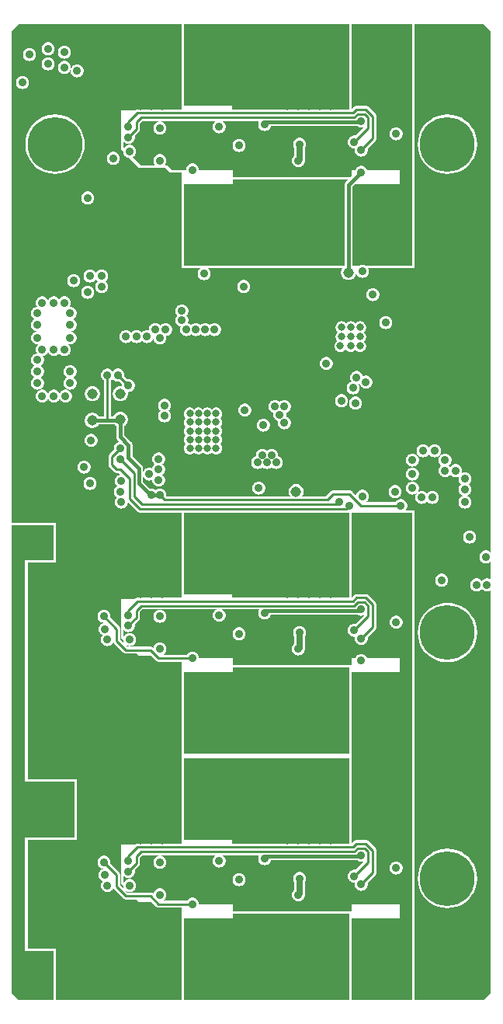
<source format=gbr>
G04 start of page 4 for group 2 idx 2 *
G04 Title: fet12, signal3 *
G04 Creator: pcb 20140316 *
G04 CreationDate: Thu 12 Apr 2018 01:23:09 AM GMT UTC *
G04 For: brian *
G04 Format: Gerber/RS-274X *
G04 PCB-Dimensions (mil): 6000.00 5000.00 *
G04 PCB-Coordinate-Origin: lower left *
%MOIN*%
%FSLAX25Y25*%
%LNGROUP2*%
%ADD88C,0.0118*%
%ADD87C,0.1285*%
%ADD86C,0.2150*%
%ADD85C,0.0118*%
%ADD84C,0.0200*%
%ADD83C,0.0450*%
%ADD82C,0.0360*%
%ADD81C,0.0295*%
%ADD80C,0.1850*%
%ADD79C,0.2350*%
%ADD78C,0.0318*%
%ADD77C,0.0250*%
%ADD76C,0.0150*%
%ADD75C,0.0100*%
%ADD74C,0.0001*%
G54D74*G36*
X256500Y140000D02*Y175000D01*
X277500D01*
Y177000D01*
X327500D01*
Y140000D01*
X256500D01*
G37*
G36*
Y243500D02*X325941D01*
X326000Y243495D01*
X326059Y243500D01*
X327500D01*
Y207000D01*
X277000D01*
Y208500D01*
X256500D01*
Y243500D01*
G37*
G36*
X347496D02*X354500D01*
Y140000D01*
X347496D01*
Y175000D01*
X349000D01*
Y181000D01*
X347496D01*
Y193692D01*
X347500Y193691D01*
X347939Y193726D01*
X348368Y193829D01*
X348775Y193997D01*
X349151Y194228D01*
X349486Y194514D01*
X349772Y194849D01*
X350003Y195225D01*
X350171Y195632D01*
X350274Y196061D01*
X350300Y196500D01*
X350274Y196939D01*
X350171Y197368D01*
X350003Y197775D01*
X349772Y198151D01*
X349486Y198486D01*
X349151Y198772D01*
X348775Y199003D01*
X348368Y199171D01*
X347939Y199274D01*
X347500Y199309D01*
X347496Y199308D01*
Y243500D01*
G37*
G36*
Y140000D02*X328500D01*
Y175000D01*
X347496D01*
Y140000D01*
G37*
G36*
X328500Y181000D02*Y178000D01*
X305746D01*
Y182211D01*
X305939Y182226D01*
X306368Y182329D01*
X306775Y182497D01*
X307151Y182728D01*
X307486Y183014D01*
X307772Y183349D01*
X308003Y183725D01*
X308171Y184132D01*
X308274Y184561D01*
X308300Y185000D01*
X308274Y185439D01*
X308256Y185516D01*
X308250Y185588D01*
Y190323D01*
X308272Y190349D01*
X308503Y190725D01*
X308671Y191132D01*
X308774Y191561D01*
X308800Y192000D01*
X308774Y192439D01*
X308671Y192868D01*
X308503Y193275D01*
X308272Y193651D01*
X307986Y193986D01*
X307651Y194272D01*
X307275Y194503D01*
X306868Y194671D01*
X306439Y194774D01*
X306000Y194809D01*
X305746Y194789D01*
Y199750D01*
X330823D01*
X330849Y199728D01*
X331225Y199497D01*
X331632Y199329D01*
X332061Y199226D01*
X332500Y199191D01*
X332939Y199226D01*
X333368Y199329D01*
X333775Y199497D01*
X334000Y199635D01*
Y199621D01*
X330111Y195733D01*
X329939Y195774D01*
X329500Y195809D01*
X329061Y195774D01*
X328632Y195671D01*
X328225Y195503D01*
X327849Y195272D01*
X327514Y194986D01*
X327228Y194651D01*
X326997Y194275D01*
X326829Y193868D01*
X326726Y193439D01*
X326691Y193000D01*
X326726Y192561D01*
X326829Y192132D01*
X326997Y191725D01*
X327228Y191349D01*
X327514Y191014D01*
X327849Y190728D01*
X328225Y190497D01*
X328632Y190329D01*
X329061Y190226D01*
X329500Y190191D01*
X329792Y190214D01*
X329726Y189939D01*
X329691Y189500D01*
X329726Y189061D01*
X329829Y188632D01*
X329997Y188225D01*
X330228Y187849D01*
X330514Y187514D01*
X330849Y187228D01*
X331225Y186997D01*
X331632Y186829D01*
X332061Y186726D01*
X332500Y186691D01*
X332939Y186726D01*
X333368Y186829D01*
X333775Y186997D01*
X334151Y187228D01*
X334486Y187514D01*
X334772Y187849D01*
X335003Y188225D01*
X335171Y188632D01*
X335274Y189061D01*
X335300Y189500D01*
X335274Y189939D01*
X335233Y190111D01*
X338519Y193398D01*
X338564Y193436D01*
X338717Y193615D01*
X338717Y193616D01*
X338841Y193817D01*
X338931Y194035D01*
X338986Y194265D01*
X339005Y194500D01*
X339000Y194559D01*
Y203941D01*
X339005Y204000D01*
X338986Y204235D01*
X338986Y204235D01*
X338931Y204465D01*
X338841Y204683D01*
X338717Y204884D01*
X338564Y205064D01*
X338519Y205102D01*
X335602Y208019D01*
X335564Y208064D01*
X335384Y208217D01*
X335183Y208341D01*
X334965Y208431D01*
X334735Y208486D01*
X334500Y208505D01*
X334441Y208500D01*
X330559D01*
X330500Y208505D01*
X330265Y208486D01*
X330035Y208431D01*
X329817Y208341D01*
X329616Y208217D01*
X329615Y208217D01*
X329436Y208064D01*
X329398Y208019D01*
X328500Y207121D01*
Y243500D01*
X347496D01*
Y199308D01*
X347061Y199274D01*
X346632Y199171D01*
X346225Y199003D01*
X345849Y198772D01*
X345514Y198486D01*
X345228Y198151D01*
X344997Y197775D01*
X344829Y197368D01*
X344726Y196939D01*
X344691Y196500D01*
X344726Y196061D01*
X344829Y195632D01*
X344997Y195225D01*
X345228Y194849D01*
X345514Y194514D01*
X345849Y194228D01*
X346225Y193997D01*
X346632Y193829D01*
X347061Y193726D01*
X347496Y193692D01*
Y181000D01*
X335116D01*
X335003Y181275D01*
X334772Y181651D01*
X334486Y181986D01*
X334151Y182272D01*
X333775Y182503D01*
X333368Y182671D01*
X332939Y182774D01*
X332500Y182809D01*
X332061Y182774D01*
X331632Y182671D01*
X331225Y182503D01*
X330849Y182272D01*
X330514Y181986D01*
X330228Y181651D01*
X329997Y181275D01*
X329884Y181000D01*
X328500D01*
G37*
G36*
X305746Y178000D02*X279996D01*
Y188692D01*
X280000Y188691D01*
X280439Y188726D01*
X280868Y188829D01*
X281275Y188997D01*
X281651Y189228D01*
X281986Y189514D01*
X282272Y189849D01*
X282503Y190225D01*
X282671Y190632D01*
X282774Y191061D01*
X282800Y191500D01*
X282774Y191939D01*
X282671Y192368D01*
X282503Y192775D01*
X282272Y193151D01*
X281986Y193486D01*
X281651Y193772D01*
X281275Y194003D01*
X280868Y194171D01*
X280439Y194274D01*
X280000Y194309D01*
X279996Y194308D01*
Y202000D01*
X288635D01*
X288497Y201775D01*
X288329Y201368D01*
X288226Y200939D01*
X288191Y200500D01*
X288226Y200061D01*
X288329Y199632D01*
X288497Y199225D01*
X288728Y198849D01*
X289014Y198514D01*
X289349Y198228D01*
X289725Y197997D01*
X290132Y197829D01*
X290561Y197726D01*
X291000Y197691D01*
X291439Y197726D01*
X291868Y197829D01*
X292275Y197997D01*
X292651Y198228D01*
X292986Y198514D01*
X293272Y198849D01*
X293503Y199225D01*
X293671Y199632D01*
X293699Y199750D01*
X305746D01*
Y194789D01*
X305561Y194774D01*
X305132Y194671D01*
X304725Y194503D01*
X304349Y194272D01*
X304014Y193986D01*
X303728Y193651D01*
X303497Y193275D01*
X303329Y192868D01*
X303226Y192439D01*
X303191Y192000D01*
X303226Y191561D01*
X303329Y191132D01*
X303497Y190725D01*
X303728Y190349D01*
X303750Y190323D01*
Y187188D01*
X303514Y186986D01*
X303228Y186651D01*
X302997Y186275D01*
X302829Y185868D01*
X302726Y185439D01*
X302691Y185000D01*
X302726Y184561D01*
X302829Y184132D01*
X302997Y183725D01*
X303228Y183349D01*
X303514Y183014D01*
X303849Y182728D01*
X304225Y182497D01*
X304632Y182329D01*
X305061Y182226D01*
X305500Y182191D01*
X305746Y182211D01*
Y178000D01*
G37*
G36*
X279996D02*X277500D01*
Y181000D01*
X262800D01*
X262774Y181439D01*
X262671Y181868D01*
X262503Y182275D01*
X262272Y182651D01*
X261986Y182986D01*
X261651Y183272D01*
X261275Y183503D01*
X260868Y183671D01*
X260439Y183774D01*
X260000Y183809D01*
X259561Y183774D01*
X259132Y183671D01*
X258725Y183503D01*
X258349Y183272D01*
X258014Y182986D01*
X257728Y182651D01*
X257635Y182500D01*
X247279D01*
X247651Y182728D01*
X247986Y183014D01*
X248272Y183349D01*
X248503Y183725D01*
X248671Y184132D01*
X248774Y184561D01*
X248800Y185000D01*
X248774Y185439D01*
X248671Y185868D01*
X248503Y186275D01*
X248272Y186651D01*
X247986Y186986D01*
X247651Y187272D01*
X247275Y187503D01*
X246868Y187671D01*
X246439Y187774D01*
X246000Y187809D01*
X245996Y187808D01*
Y196192D01*
X246000Y196191D01*
X246439Y196226D01*
X246868Y196329D01*
X247275Y196497D01*
X247651Y196728D01*
X247986Y197014D01*
X248272Y197349D01*
X248503Y197725D01*
X248671Y198132D01*
X248774Y198561D01*
X248800Y199000D01*
X248774Y199439D01*
X248671Y199868D01*
X248503Y200275D01*
X248272Y200651D01*
X247986Y200986D01*
X247651Y201272D01*
X247275Y201503D01*
X246868Y201671D01*
X246439Y201774D01*
X246000Y201809D01*
X245996Y201808D01*
Y202000D01*
X270221D01*
X269849Y201772D01*
X269514Y201486D01*
X269228Y201151D01*
X268997Y200775D01*
X268829Y200368D01*
X268726Y199939D01*
X268691Y199500D01*
X268726Y199061D01*
X268829Y198632D01*
X268997Y198225D01*
X269228Y197849D01*
X269514Y197514D01*
X269849Y197228D01*
X270225Y196997D01*
X270632Y196829D01*
X271061Y196726D01*
X271500Y196691D01*
X271939Y196726D01*
X272368Y196829D01*
X272775Y196997D01*
X273151Y197228D01*
X273486Y197514D01*
X273772Y197849D01*
X274003Y198225D01*
X274171Y198632D01*
X274274Y199061D01*
X274300Y199500D01*
X274274Y199939D01*
X274171Y200368D01*
X274003Y200775D01*
X273772Y201151D01*
X273486Y201486D01*
X273151Y201772D01*
X272779Y202000D01*
X279996D01*
Y194308D01*
X279561Y194274D01*
X279132Y194171D01*
X278725Y194003D01*
X278349Y193772D01*
X278014Y193486D01*
X277728Y193151D01*
X277497Y192775D01*
X277329Y192368D01*
X277226Y191939D01*
X277191Y191500D01*
X277226Y191061D01*
X277329Y190632D01*
X277497Y190225D01*
X277728Y189849D01*
X278014Y189514D01*
X278349Y189228D01*
X278725Y188997D01*
X279132Y188829D01*
X279561Y188726D01*
X279996Y188692D01*
Y178000D01*
G37*
G36*
X245996Y187808D02*X245561Y187774D01*
X245132Y187671D01*
X244725Y187503D01*
X244349Y187272D01*
X244014Y186986D01*
X243728Y186651D01*
X243497Y186275D01*
X243329Y185868D01*
X243226Y185439D01*
X243223Y185399D01*
X243102Y185519D01*
X243064Y185564D01*
X242884Y185717D01*
X242683Y185841D01*
X242465Y185931D01*
X242235Y185986D01*
X242235Y185986D01*
X242000Y186005D01*
X241941Y186000D01*
X232121D01*
X231464Y186657D01*
X231725Y186497D01*
X232132Y186329D01*
X232561Y186226D01*
X233000Y186191D01*
X233439Y186226D01*
X233868Y186329D01*
X234275Y186497D01*
X234651Y186728D01*
X234986Y187014D01*
X235272Y187349D01*
X235503Y187725D01*
X235671Y188132D01*
X235774Y188561D01*
X235800Y189000D01*
X235774Y189439D01*
X235671Y189868D01*
X235503Y190275D01*
X235272Y190651D01*
X234986Y190986D01*
X234651Y191272D01*
X234275Y191503D01*
X233868Y191671D01*
X233439Y191774D01*
X233000Y191809D01*
X232561Y191774D01*
X232132Y191671D01*
X231725Y191503D01*
X231349Y191272D01*
X231014Y190986D01*
X230728Y190651D01*
X230500Y190279D01*
Y193030D01*
X230514Y193014D01*
X230849Y192728D01*
X231225Y192497D01*
X231632Y192329D01*
X232061Y192226D01*
X232500Y192191D01*
X232939Y192226D01*
X233368Y192329D01*
X233775Y192497D01*
X234151Y192728D01*
X234486Y193014D01*
X234772Y193349D01*
X235003Y193725D01*
X235171Y194132D01*
X235274Y194561D01*
X235300Y195000D01*
X235274Y195439D01*
X235233Y195611D01*
X237019Y197398D01*
X237064Y197436D01*
X237217Y197615D01*
X237217Y197616D01*
X237341Y197817D01*
X237431Y198035D01*
X237486Y198265D01*
X237505Y198500D01*
X237500Y198559D01*
Y200879D01*
X238621Y202000D01*
X245996D01*
Y201808D01*
X245561Y201774D01*
X245132Y201671D01*
X244725Y201503D01*
X244349Y201272D01*
X244014Y200986D01*
X243728Y200651D01*
X243497Y200275D01*
X243329Y199868D01*
X243226Y199439D01*
X243191Y199000D01*
X243226Y198561D01*
X243329Y198132D01*
X243497Y197725D01*
X243728Y197349D01*
X244014Y197014D01*
X244349Y196728D01*
X244725Y196497D01*
X245132Y196329D01*
X245561Y196226D01*
X245996Y196192D01*
Y187808D01*
G37*
G36*
X388000Y244500D02*Y226470D01*
X387986Y226486D01*
X387651Y226772D01*
X387275Y227003D01*
X386868Y227171D01*
X386439Y227274D01*
X386000Y227309D01*
X385561Y227274D01*
X385132Y227171D01*
X384725Y227003D01*
X384349Y226772D01*
X384014Y226486D01*
X383728Y226151D01*
X383497Y225775D01*
X383329Y225368D01*
X383226Y224939D01*
X383191Y224500D01*
X383226Y224061D01*
X383329Y223632D01*
X383497Y223225D01*
X383728Y222849D01*
X384014Y222514D01*
X384349Y222228D01*
X384725Y221997D01*
X385132Y221829D01*
X385561Y221726D01*
X386000Y221691D01*
X386439Y221726D01*
X386868Y221829D01*
X387275Y221997D01*
X387651Y222228D01*
X387986Y222514D01*
X388000Y222530D01*
Y214865D01*
X387775Y215003D01*
X387368Y215171D01*
X386939Y215274D01*
X386500Y215309D01*
X386061Y215274D01*
X385632Y215171D01*
X385225Y215003D01*
X384849Y214772D01*
X384514Y214486D01*
X384250Y214177D01*
X383986Y214486D01*
X383651Y214772D01*
X383275Y215003D01*
X382868Y215171D01*
X382439Y215274D01*
X382000Y215309D01*
X381561Y215274D01*
X381132Y215171D01*
X380725Y215003D01*
X380349Y214772D01*
X380014Y214486D01*
X379728Y214151D01*
X379497Y213775D01*
X379329Y213368D01*
X379226Y212939D01*
X379191Y212500D01*
X379226Y212061D01*
X379329Y211632D01*
X379497Y211225D01*
X379728Y210849D01*
X380014Y210514D01*
X380349Y210228D01*
X380725Y209997D01*
X381132Y209829D01*
X381561Y209726D01*
X382000Y209691D01*
X382439Y209726D01*
X382868Y209829D01*
X383275Y209997D01*
X383651Y210228D01*
X383986Y210514D01*
X384250Y210823D01*
X384514Y210514D01*
X384849Y210228D01*
X385225Y209997D01*
X385632Y209829D01*
X386061Y209726D01*
X386500Y209691D01*
X386939Y209726D01*
X387368Y209829D01*
X387775Y209997D01*
X388000Y210135D01*
Y37500D01*
X385000Y34500D01*
X378996D01*
Y77986D01*
X379847Y78983D01*
X380895Y80694D01*
X381663Y82548D01*
X382132Y84499D01*
X382250Y86500D01*
X382132Y88501D01*
X381663Y90452D01*
X380895Y92306D01*
X379847Y94017D01*
X378996Y95014D01*
Y183486D01*
X379847Y184483D01*
X380895Y186194D01*
X381663Y188048D01*
X382132Y189999D01*
X382250Y192000D01*
X382132Y194001D01*
X381663Y195952D01*
X380895Y197806D01*
X379847Y199517D01*
X378996Y200514D01*
Y230192D01*
X379000Y230191D01*
X379439Y230226D01*
X379868Y230329D01*
X380275Y230497D01*
X380651Y230728D01*
X380986Y231014D01*
X381272Y231349D01*
X381503Y231725D01*
X381671Y232132D01*
X381774Y232561D01*
X381800Y233000D01*
X381774Y233439D01*
X381671Y233868D01*
X381503Y234275D01*
X381272Y234651D01*
X380986Y234986D01*
X380651Y235272D01*
X380275Y235503D01*
X379868Y235671D01*
X379439Y235774D01*
X379000Y235809D01*
X378996Y235808D01*
Y244500D01*
X388000D01*
G37*
G36*
X366996Y179489D02*X367499Y179368D01*
X369500Y179211D01*
X371501Y179368D01*
X373452Y179837D01*
X375306Y180605D01*
X377017Y181653D01*
X378543Y182957D01*
X378996Y183486D01*
Y95014D01*
X378543Y95543D01*
X377017Y96847D01*
X375306Y97895D01*
X373452Y98663D01*
X371501Y99132D01*
X369500Y99289D01*
X367499Y99132D01*
X366996Y99011D01*
Y179489D01*
G37*
G36*
Y244500D02*X378996D01*
Y235808D01*
X378561Y235774D01*
X378132Y235671D01*
X377725Y235503D01*
X377349Y235272D01*
X377014Y234986D01*
X376728Y234651D01*
X376497Y234275D01*
X376329Y233868D01*
X376226Y233439D01*
X376191Y233000D01*
X376226Y232561D01*
X376329Y232132D01*
X376497Y231725D01*
X376728Y231349D01*
X377014Y231014D01*
X377349Y230728D01*
X377725Y230497D01*
X378132Y230329D01*
X378561Y230226D01*
X378996Y230192D01*
Y200514D01*
X378543Y201043D01*
X377017Y202347D01*
X375306Y203395D01*
X373452Y204163D01*
X371501Y204632D01*
X369500Y204789D01*
X367499Y204632D01*
X366996Y204511D01*
Y211692D01*
X367000Y211691D01*
X367439Y211726D01*
X367868Y211829D01*
X368275Y211997D01*
X368651Y212228D01*
X368986Y212514D01*
X369272Y212849D01*
X369503Y213225D01*
X369671Y213632D01*
X369774Y214061D01*
X369800Y214500D01*
X369774Y214939D01*
X369671Y215368D01*
X369503Y215775D01*
X369272Y216151D01*
X368986Y216486D01*
X368651Y216772D01*
X368275Y217003D01*
X367868Y217171D01*
X367439Y217274D01*
X367000Y217309D01*
X366996Y217308D01*
Y244500D01*
G37*
G36*
X378996Y34500D02*X366996D01*
Y73989D01*
X367499Y73868D01*
X369500Y73711D01*
X371501Y73868D01*
X373452Y74337D01*
X375306Y75105D01*
X377017Y76153D01*
X378543Y77457D01*
X378996Y77986D01*
Y34500D01*
G37*
G36*
X366996D02*X355500D01*
Y244500D01*
X366996D01*
Y217308D01*
X366561Y217274D01*
X366132Y217171D01*
X365725Y217003D01*
X365349Y216772D01*
X365014Y216486D01*
X364728Y216151D01*
X364497Y215775D01*
X364329Y215368D01*
X364226Y214939D01*
X364191Y214500D01*
X364226Y214061D01*
X364329Y213632D01*
X364497Y213225D01*
X364728Y212849D01*
X365014Y212514D01*
X365349Y212228D01*
X365725Y211997D01*
X366132Y211829D01*
X366561Y211726D01*
X366996Y211692D01*
Y204511D01*
X365548Y204163D01*
X363694Y203395D01*
X361983Y202347D01*
X360457Y201043D01*
X359153Y199517D01*
X358105Y197806D01*
X357337Y195952D01*
X356868Y194001D01*
X356711Y192000D01*
X356868Y189999D01*
X357337Y188048D01*
X358105Y186194D01*
X359153Y184483D01*
X360457Y182957D01*
X361983Y181653D01*
X363694Y180605D01*
X365548Y179837D01*
X366996Y179489D01*
Y99011D01*
X365548Y98663D01*
X363694Y97895D01*
X361983Y96847D01*
X360457Y95543D01*
X359153Y94017D01*
X358105Y92306D01*
X357337Y90452D01*
X356868Y88501D01*
X356711Y86500D01*
X356868Y84499D01*
X357337Y82548D01*
X358105Y80694D01*
X359153Y78983D01*
X360457Y77457D01*
X361983Y76153D01*
X363694Y75105D01*
X365548Y74337D01*
X366996Y73989D01*
Y34500D01*
G37*
G36*
X256500Y349500D02*Y384500D01*
X277500D01*
Y386500D01*
X327025D01*
X325811Y385286D01*
X325759Y385241D01*
X325580Y385032D01*
X325436Y384797D01*
X325331Y384542D01*
X325266Y384275D01*
X325266Y384274D01*
X325245Y384000D01*
X325250Y383932D01*
Y349500D01*
X256500D01*
G37*
G36*
Y453000D02*X327500D01*
Y416500D01*
X277000D01*
Y418000D01*
X256500D01*
Y453000D01*
G37*
G36*
X347496D02*X354500D01*
Y349500D01*
X347496D01*
Y384500D01*
X349000D01*
Y390500D01*
X347496D01*
Y403192D01*
X347500Y403191D01*
X347939Y403226D01*
X348368Y403329D01*
X348775Y403497D01*
X349151Y403728D01*
X349486Y404014D01*
X349772Y404349D01*
X350003Y404725D01*
X350171Y405132D01*
X350274Y405561D01*
X350300Y406000D01*
X350274Y406439D01*
X350171Y406868D01*
X350003Y407275D01*
X349772Y407651D01*
X349486Y407986D01*
X349151Y408272D01*
X348775Y408503D01*
X348368Y408671D01*
X347939Y408774D01*
X347500Y408809D01*
X347496Y408808D01*
Y453000D01*
G37*
G36*
Y349500D02*X334279D01*
X334275Y349503D01*
X333868Y349671D01*
X333439Y349774D01*
X333000Y349809D01*
X332561Y349774D01*
X332132Y349671D01*
X331725Y349503D01*
X331721Y349500D01*
X328750D01*
Y383275D01*
X329975Y384500D01*
X347496D01*
Y349500D01*
G37*
G36*
X305746Y409250D02*X330823D01*
X330849Y409228D01*
X331225Y408997D01*
X331632Y408829D01*
X332061Y408726D01*
X332500Y408691D01*
X332939Y408726D01*
X333368Y408829D01*
X333775Y408997D01*
X334000Y409135D01*
Y409121D01*
X330111Y405233D01*
X329939Y405274D01*
X329500Y405309D01*
X329061Y405274D01*
X328632Y405171D01*
X328225Y405003D01*
X327849Y404772D01*
X327514Y404486D01*
X327228Y404151D01*
X326997Y403775D01*
X326829Y403368D01*
X326726Y402939D01*
X326691Y402500D01*
X326726Y402061D01*
X326829Y401632D01*
X326997Y401225D01*
X327228Y400849D01*
X327514Y400514D01*
X327849Y400228D01*
X328225Y399997D01*
X328632Y399829D01*
X329061Y399726D01*
X329500Y399691D01*
X329792Y399714D01*
X329726Y399439D01*
X329691Y399000D01*
X329726Y398561D01*
X329829Y398132D01*
X329997Y397725D01*
X330228Y397349D01*
X330514Y397014D01*
X330849Y396728D01*
X331225Y396497D01*
X331632Y396329D01*
X332061Y396226D01*
X332500Y396191D01*
X332939Y396226D01*
X333368Y396329D01*
X333775Y396497D01*
X334151Y396728D01*
X334486Y397014D01*
X334772Y397349D01*
X335003Y397725D01*
X335171Y398132D01*
X335274Y398561D01*
X335300Y399000D01*
X335274Y399439D01*
X335233Y399611D01*
X338519Y402898D01*
X338564Y402936D01*
X338717Y403115D01*
X338717Y403116D01*
X338841Y403317D01*
X338931Y403535D01*
X338986Y403765D01*
X339005Y404000D01*
X339000Y404059D01*
Y413441D01*
X339005Y413500D01*
X338986Y413735D01*
X338986Y413735D01*
X338931Y413965D01*
X338841Y414183D01*
X338717Y414384D01*
X338564Y414564D01*
X338519Y414602D01*
X335602Y417519D01*
X335564Y417564D01*
X335384Y417717D01*
X335183Y417841D01*
X334965Y417931D01*
X334735Y417986D01*
X334500Y418005D01*
X334441Y418000D01*
X330559D01*
X330500Y418005D01*
X330265Y417986D01*
X330035Y417931D01*
X329817Y417841D01*
X329616Y417717D01*
X329615Y417717D01*
X329436Y417564D01*
X329398Y417519D01*
X328500Y416621D01*
Y453000D01*
X347496D01*
Y408808D01*
X347061Y408774D01*
X346632Y408671D01*
X346225Y408503D01*
X345849Y408272D01*
X345514Y407986D01*
X345228Y407651D01*
X344997Y407275D01*
X344829Y406868D01*
X344726Y406439D01*
X344691Y406000D01*
X344726Y405561D01*
X344829Y405132D01*
X344997Y404725D01*
X345228Y404349D01*
X345514Y404014D01*
X345849Y403728D01*
X346225Y403497D01*
X346632Y403329D01*
X347061Y403226D01*
X347496Y403192D01*
Y390500D01*
X335116D01*
X335003Y390775D01*
X334772Y391151D01*
X334486Y391486D01*
X334151Y391772D01*
X333775Y392003D01*
X333368Y392171D01*
X332939Y392274D01*
X332500Y392309D01*
X332061Y392274D01*
X331632Y392171D01*
X331225Y392003D01*
X330849Y391772D01*
X330514Y391486D01*
X330228Y391151D01*
X329997Y390775D01*
X329884Y390500D01*
X328500D01*
Y387975D01*
X328025Y387500D01*
X305746D01*
Y391711D01*
X305939Y391726D01*
X306368Y391829D01*
X306775Y391997D01*
X307151Y392228D01*
X307486Y392514D01*
X307772Y392849D01*
X308003Y393225D01*
X308171Y393632D01*
X308274Y394061D01*
X308300Y394500D01*
X308274Y394939D01*
X308256Y395016D01*
X308250Y395088D01*
Y399823D01*
X308272Y399849D01*
X308503Y400225D01*
X308671Y400632D01*
X308774Y401061D01*
X308800Y401500D01*
X308774Y401939D01*
X308671Y402368D01*
X308503Y402775D01*
X308272Y403151D01*
X307986Y403486D01*
X307651Y403772D01*
X307275Y404003D01*
X306868Y404171D01*
X306439Y404274D01*
X306000Y404309D01*
X305746Y404289D01*
Y409250D01*
G37*
G36*
X279996Y411500D02*X288635D01*
X288497Y411275D01*
X288329Y410868D01*
X288226Y410439D01*
X288191Y410000D01*
X288226Y409561D01*
X288329Y409132D01*
X288497Y408725D01*
X288728Y408349D01*
X289014Y408014D01*
X289349Y407728D01*
X289725Y407497D01*
X290132Y407329D01*
X290561Y407226D01*
X291000Y407191D01*
X291439Y407226D01*
X291868Y407329D01*
X292275Y407497D01*
X292651Y407728D01*
X292986Y408014D01*
X293272Y408349D01*
X293503Y408725D01*
X293671Y409132D01*
X293699Y409250D01*
X305746D01*
Y404289D01*
X305561Y404274D01*
X305132Y404171D01*
X304725Y404003D01*
X304349Y403772D01*
X304014Y403486D01*
X303728Y403151D01*
X303497Y402775D01*
X303329Y402368D01*
X303226Y401939D01*
X303191Y401500D01*
X303226Y401061D01*
X303329Y400632D01*
X303497Y400225D01*
X303728Y399849D01*
X303750Y399823D01*
Y396688D01*
X303514Y396486D01*
X303228Y396151D01*
X302997Y395775D01*
X302829Y395368D01*
X302726Y394939D01*
X302691Y394500D01*
X302726Y394061D01*
X302829Y393632D01*
X302997Y393225D01*
X303228Y392849D01*
X303514Y392514D01*
X303849Y392228D01*
X304225Y391997D01*
X304632Y391829D01*
X305061Y391726D01*
X305500Y391691D01*
X305746Y391711D01*
Y387500D01*
X279996D01*
Y398192D01*
X280000Y398191D01*
X280439Y398226D01*
X280868Y398329D01*
X281275Y398497D01*
X281651Y398728D01*
X281986Y399014D01*
X282272Y399349D01*
X282503Y399725D01*
X282671Y400132D01*
X282774Y400561D01*
X282800Y401000D01*
X282774Y401439D01*
X282671Y401868D01*
X282503Y402275D01*
X282272Y402651D01*
X281986Y402986D01*
X281651Y403272D01*
X281275Y403503D01*
X280868Y403671D01*
X280439Y403774D01*
X280000Y403809D01*
X279996Y403808D01*
Y411500D01*
G37*
G36*
X245996D02*X270221D01*
X269849Y411272D01*
X269514Y410986D01*
X269228Y410651D01*
X268997Y410275D01*
X268829Y409868D01*
X268726Y409439D01*
X268691Y409000D01*
X268726Y408561D01*
X268829Y408132D01*
X268997Y407725D01*
X269228Y407349D01*
X269514Y407014D01*
X269849Y406728D01*
X270225Y406497D01*
X270632Y406329D01*
X271061Y406226D01*
X271500Y406191D01*
X271939Y406226D01*
X272368Y406329D01*
X272775Y406497D01*
X273151Y406728D01*
X273486Y407014D01*
X273772Y407349D01*
X274003Y407725D01*
X274171Y408132D01*
X274274Y408561D01*
X274300Y409000D01*
X274274Y409439D01*
X274171Y409868D01*
X274003Y410275D01*
X273772Y410651D01*
X273486Y410986D01*
X273151Y411272D01*
X272779Y411500D01*
X279996D01*
Y403808D01*
X279561Y403774D01*
X279132Y403671D01*
X278725Y403503D01*
X278349Y403272D01*
X278014Y402986D01*
X277728Y402651D01*
X277497Y402275D01*
X277329Y401868D01*
X277226Y401439D01*
X277191Y401000D01*
X277226Y400561D01*
X277329Y400132D01*
X277497Y399725D01*
X277728Y399349D01*
X278014Y399014D01*
X278349Y398728D01*
X278725Y398497D01*
X279132Y398329D01*
X279561Y398226D01*
X279996Y398192D01*
Y387500D01*
X277500D01*
Y390500D01*
X262800D01*
X262774Y390939D01*
X262671Y391368D01*
X262503Y391775D01*
X262272Y392151D01*
X261986Y392486D01*
X261651Y392772D01*
X261275Y393003D01*
X260868Y393171D01*
X260439Y393274D01*
X260000Y393309D01*
X259561Y393274D01*
X259132Y393171D01*
X258725Y393003D01*
X258349Y392772D01*
X258014Y392486D01*
X257728Y392151D01*
X257497Y391775D01*
X257329Y391368D01*
X257226Y390939D01*
X257191Y390500D01*
X251500D01*
X249500Y392500D01*
X247970D01*
X247986Y392514D01*
X248272Y392849D01*
X248503Y393225D01*
X248671Y393632D01*
X248774Y394061D01*
X248800Y394500D01*
X248774Y394939D01*
X248671Y395368D01*
X248503Y395775D01*
X248272Y396151D01*
X247986Y396486D01*
X247651Y396772D01*
X247275Y397003D01*
X246868Y397171D01*
X246439Y397274D01*
X246000Y397309D01*
X245996Y397308D01*
Y405692D01*
X246000Y405691D01*
X246439Y405726D01*
X246868Y405829D01*
X247275Y405997D01*
X247651Y406228D01*
X247986Y406514D01*
X248272Y406849D01*
X248503Y407225D01*
X248671Y407632D01*
X248774Y408061D01*
X248800Y408500D01*
X248774Y408939D01*
X248671Y409368D01*
X248503Y409775D01*
X248272Y410151D01*
X247986Y410486D01*
X247651Y410772D01*
X247275Y411003D01*
X246868Y411171D01*
X246439Y411274D01*
X246000Y411309D01*
X245996Y411308D01*
Y411500D01*
G37*
G36*
X235233Y405111D02*X237019Y406898D01*
X237064Y406936D01*
X237217Y407115D01*
X237217Y407116D01*
X237341Y407317D01*
X237431Y407535D01*
X237486Y407765D01*
X237505Y408000D01*
X237500Y408059D01*
Y410379D01*
X238621Y411500D01*
X245996D01*
Y411308D01*
X245561Y411274D01*
X245132Y411171D01*
X244725Y411003D01*
X244349Y410772D01*
X244014Y410486D01*
X243728Y410151D01*
X243497Y409775D01*
X243329Y409368D01*
X243226Y408939D01*
X243191Y408500D01*
X243226Y408061D01*
X243329Y407632D01*
X243497Y407225D01*
X243728Y406849D01*
X244014Y406514D01*
X244349Y406228D01*
X244725Y405997D01*
X245132Y405829D01*
X245561Y405726D01*
X245996Y405692D01*
Y397308D01*
X245561Y397274D01*
X245132Y397171D01*
X244725Y397003D01*
X244349Y396772D01*
X244014Y396486D01*
X243728Y396151D01*
X243497Y395775D01*
X243329Y395368D01*
X243226Y394939D01*
X243191Y394500D01*
X243226Y394061D01*
X243329Y393632D01*
X243497Y393225D01*
X243728Y392849D01*
X244014Y392514D01*
X244030Y392500D01*
X238000D01*
X234416Y396084D01*
X234651Y396228D01*
X234986Y396514D01*
X235272Y396849D01*
X235503Y397225D01*
X235671Y397632D01*
X235774Y398061D01*
X235800Y398500D01*
X235774Y398939D01*
X235671Y399368D01*
X235503Y399775D01*
X235272Y400151D01*
X234986Y400486D01*
X234651Y400772D01*
X234275Y401003D01*
X233868Y401171D01*
X233439Y401274D01*
X233000Y401309D01*
X232561Y401274D01*
X232132Y401171D01*
X231725Y401003D01*
X231349Y400772D01*
X231014Y400486D01*
X230728Y400151D01*
X230584Y399916D01*
X230500Y400000D01*
Y402530D01*
X230514Y402514D01*
X230849Y402228D01*
X231225Y401997D01*
X231632Y401829D01*
X232061Y401726D01*
X232500Y401691D01*
X232939Y401726D01*
X233368Y401829D01*
X233775Y401997D01*
X234151Y402228D01*
X234486Y402514D01*
X234772Y402849D01*
X235003Y403225D01*
X235171Y403632D01*
X235274Y404061D01*
X235300Y404500D01*
X235274Y404939D01*
X235233Y405111D01*
G37*
G36*
X225996Y453000D02*X255500D01*
Y416500D01*
X236559D01*
X236500Y416505D01*
X236265Y416486D01*
X236035Y416431D01*
X235817Y416341D01*
X235616Y416217D01*
X235615Y416217D01*
X235436Y416064D01*
X235398Y416019D01*
X235379Y416000D01*
X229500D01*
Y399000D01*
X230208Y398292D01*
X230226Y398061D01*
X230329Y397632D01*
X230497Y397225D01*
X230728Y396849D01*
X231014Y396514D01*
X231349Y396228D01*
X231725Y395997D01*
X232132Y395829D01*
X232561Y395726D01*
X232792Y395708D01*
X237000Y391500D01*
X248500D01*
X250500Y389500D01*
X255500D01*
Y349500D01*
X225996D01*
Y392692D01*
X226000Y392691D01*
X226439Y392726D01*
X226868Y392829D01*
X227275Y392997D01*
X227651Y393228D01*
X227986Y393514D01*
X228272Y393849D01*
X228503Y394225D01*
X228671Y394632D01*
X228774Y395061D01*
X228800Y395500D01*
X228774Y395939D01*
X228671Y396368D01*
X228503Y396775D01*
X228272Y397151D01*
X227986Y397486D01*
X227651Y397772D01*
X227275Y398003D01*
X226868Y398171D01*
X226439Y398274D01*
X226000Y398309D01*
X225996Y398308D01*
Y453000D01*
G37*
G36*
X214996D02*X225996D01*
Y398308D01*
X225561Y398274D01*
X225132Y398171D01*
X224725Y398003D01*
X224349Y397772D01*
X224014Y397486D01*
X223728Y397151D01*
X223497Y396775D01*
X223329Y396368D01*
X223226Y395939D01*
X223191Y395500D01*
X223226Y395061D01*
X223329Y394632D01*
X223497Y394225D01*
X223728Y393849D01*
X224014Y393514D01*
X224349Y393228D01*
X224725Y392997D01*
X225132Y392829D01*
X225561Y392726D01*
X225996Y392692D01*
Y349500D01*
X214996D01*
Y375692D01*
X215000Y375691D01*
X215439Y375726D01*
X215868Y375829D01*
X216275Y375997D01*
X216651Y376228D01*
X216986Y376514D01*
X217272Y376849D01*
X217503Y377225D01*
X217671Y377632D01*
X217774Y378061D01*
X217800Y378500D01*
X217774Y378939D01*
X217671Y379368D01*
X217503Y379775D01*
X217272Y380151D01*
X216986Y380486D01*
X216651Y380772D01*
X216275Y381003D01*
X215868Y381171D01*
X215439Y381274D01*
X215000Y381309D01*
X214996Y381308D01*
Y453000D01*
G37*
G36*
X210496D02*X214996D01*
Y381308D01*
X214561Y381274D01*
X214132Y381171D01*
X213725Y381003D01*
X213349Y380772D01*
X213014Y380486D01*
X212728Y380151D01*
X212497Y379775D01*
X212329Y379368D01*
X212226Y378939D01*
X212191Y378500D01*
X212226Y378061D01*
X212329Y377632D01*
X212497Y377225D01*
X212728Y376849D01*
X213014Y376514D01*
X213349Y376228D01*
X213725Y375997D01*
X214132Y375829D01*
X214561Y375726D01*
X214996Y375692D01*
Y349500D01*
X210496D01*
Y392986D01*
X211347Y393983D01*
X212395Y395694D01*
X213163Y397548D01*
X213632Y399499D01*
X213750Y401500D01*
X213632Y403501D01*
X213163Y405452D01*
X212395Y407306D01*
X211347Y409017D01*
X210496Y410014D01*
Y430192D01*
X210500Y430191D01*
X210939Y430226D01*
X211368Y430329D01*
X211775Y430497D01*
X212151Y430728D01*
X212486Y431014D01*
X212772Y431349D01*
X213003Y431725D01*
X213171Y432132D01*
X213274Y432561D01*
X213300Y433000D01*
X213274Y433439D01*
X213171Y433868D01*
X213003Y434275D01*
X212772Y434651D01*
X212486Y434986D01*
X212151Y435272D01*
X211775Y435503D01*
X211368Y435671D01*
X210939Y435774D01*
X210500Y435809D01*
X210496Y435808D01*
Y453000D01*
G37*
G36*
X204996Y389355D02*X206806Y390105D01*
X208517Y391153D01*
X210043Y392457D01*
X210496Y392986D01*
Y349500D01*
X204996D01*
Y389355D01*
G37*
G36*
Y453000D02*X210496D01*
Y435808D01*
X210061Y435774D01*
X209632Y435671D01*
X209225Y435503D01*
X208849Y435272D01*
X208514Y434986D01*
X208228Y434651D01*
X207997Y434275D01*
X207829Y433868D01*
X207726Y433439D01*
X207691Y433000D01*
X207726Y432561D01*
X207829Y432132D01*
X207997Y431725D01*
X208228Y431349D01*
X208514Y431014D01*
X208849Y430728D01*
X209225Y430497D01*
X209632Y430329D01*
X210061Y430226D01*
X210496Y430192D01*
Y410014D01*
X210043Y410543D01*
X208517Y411847D01*
X206806Y412895D01*
X204996Y413645D01*
Y431692D01*
X205000Y431691D01*
X205439Y431726D01*
X205868Y431829D01*
X206275Y431997D01*
X206651Y432228D01*
X206986Y432514D01*
X207272Y432849D01*
X207503Y433225D01*
X207671Y433632D01*
X207774Y434061D01*
X207800Y434500D01*
X207774Y434939D01*
X207671Y435368D01*
X207503Y435775D01*
X207272Y436151D01*
X206986Y436486D01*
X206651Y436772D01*
X206275Y437003D01*
X205868Y437171D01*
X205439Y437274D01*
X205000Y437309D01*
X204996Y437308D01*
Y438192D01*
X205000Y438191D01*
X205439Y438226D01*
X205868Y438329D01*
X206275Y438497D01*
X206651Y438728D01*
X206986Y439014D01*
X207272Y439349D01*
X207503Y439725D01*
X207671Y440132D01*
X207774Y440561D01*
X207800Y441000D01*
X207774Y441439D01*
X207671Y441868D01*
X207503Y442275D01*
X207272Y442651D01*
X206986Y442986D01*
X206651Y443272D01*
X206275Y443503D01*
X205868Y443671D01*
X205439Y443774D01*
X205000Y443809D01*
X204996Y443808D01*
Y453000D01*
G37*
G36*
X189996Y395056D02*X190653Y393983D01*
X191957Y392457D01*
X193483Y391153D01*
X195194Y390105D01*
X197048Y389337D01*
X198999Y388868D01*
X201000Y388711D01*
X203001Y388868D01*
X204952Y389337D01*
X204996Y389355D01*
Y349500D01*
X189996D01*
Y395056D01*
G37*
G36*
X197996Y453000D02*X204996D01*
Y443808D01*
X204561Y443774D01*
X204132Y443671D01*
X203725Y443503D01*
X203349Y443272D01*
X203014Y442986D01*
X202728Y442651D01*
X202497Y442275D01*
X202329Y441868D01*
X202226Y441439D01*
X202191Y441000D01*
X202226Y440561D01*
X202329Y440132D01*
X202497Y439725D01*
X202728Y439349D01*
X203014Y439014D01*
X203349Y438728D01*
X203725Y438497D01*
X204132Y438329D01*
X204561Y438226D01*
X204996Y438192D01*
Y437308D01*
X204561Y437274D01*
X204132Y437171D01*
X203725Y437003D01*
X203349Y436772D01*
X203014Y436486D01*
X202728Y436151D01*
X202497Y435775D01*
X202329Y435368D01*
X202226Y434939D01*
X202191Y434500D01*
X202226Y434061D01*
X202329Y433632D01*
X202497Y433225D01*
X202728Y432849D01*
X203014Y432514D01*
X203349Y432228D01*
X203725Y431997D01*
X204132Y431829D01*
X204561Y431726D01*
X204996Y431692D01*
Y413645D01*
X204952Y413663D01*
X203001Y414132D01*
X201000Y414289D01*
X198999Y414132D01*
X197996Y413891D01*
Y433192D01*
X198000Y433191D01*
X198439Y433226D01*
X198868Y433329D01*
X199275Y433497D01*
X199651Y433728D01*
X199986Y434014D01*
X200272Y434349D01*
X200503Y434725D01*
X200671Y435132D01*
X200774Y435561D01*
X200800Y436000D01*
X200774Y436439D01*
X200671Y436868D01*
X200503Y437275D01*
X200272Y437651D01*
X199986Y437986D01*
X199651Y438272D01*
X199275Y438503D01*
X198868Y438671D01*
X198439Y438774D01*
X198000Y438809D01*
X197996Y438808D01*
Y439692D01*
X198000Y439691D01*
X198439Y439726D01*
X198868Y439829D01*
X199275Y439997D01*
X199651Y440228D01*
X199986Y440514D01*
X200272Y440849D01*
X200503Y441225D01*
X200671Y441632D01*
X200774Y442061D01*
X200800Y442500D01*
X200774Y442939D01*
X200671Y443368D01*
X200503Y443775D01*
X200272Y444151D01*
X199986Y444486D01*
X199651Y444772D01*
X199275Y445003D01*
X198868Y445171D01*
X198439Y445274D01*
X198000Y445309D01*
X197996Y445308D01*
Y453000D01*
G37*
G36*
X189996D02*X197996D01*
Y445308D01*
X197561Y445274D01*
X197132Y445171D01*
X196725Y445003D01*
X196349Y444772D01*
X196014Y444486D01*
X195728Y444151D01*
X195497Y443775D01*
X195329Y443368D01*
X195226Y442939D01*
X195191Y442500D01*
X195226Y442061D01*
X195329Y441632D01*
X195497Y441225D01*
X195728Y440849D01*
X196014Y440514D01*
X196349Y440228D01*
X196725Y439997D01*
X197132Y439829D01*
X197561Y439726D01*
X197996Y439692D01*
Y438808D01*
X197561Y438774D01*
X197132Y438671D01*
X196725Y438503D01*
X196349Y438272D01*
X196014Y437986D01*
X195728Y437651D01*
X195497Y437275D01*
X195329Y436868D01*
X195226Y436439D01*
X195191Y436000D01*
X195226Y435561D01*
X195329Y435132D01*
X195497Y434725D01*
X195728Y434349D01*
X196014Y434014D01*
X196349Y433728D01*
X196725Y433497D01*
X197132Y433329D01*
X197561Y433226D01*
X197996Y433192D01*
Y413891D01*
X197048Y413663D01*
X195194Y412895D01*
X193483Y411847D01*
X191957Y410543D01*
X190653Y409017D01*
X189996Y407944D01*
Y437192D01*
X190000Y437191D01*
X190439Y437226D01*
X190868Y437329D01*
X191275Y437497D01*
X191651Y437728D01*
X191986Y438014D01*
X192272Y438349D01*
X192503Y438725D01*
X192671Y439132D01*
X192774Y439561D01*
X192800Y440000D01*
X192774Y440439D01*
X192671Y440868D01*
X192503Y441275D01*
X192272Y441651D01*
X191986Y441986D01*
X191651Y442272D01*
X191275Y442503D01*
X190868Y442671D01*
X190439Y442774D01*
X190000Y442809D01*
X189996Y442808D01*
Y453000D01*
G37*
G36*
X186996D02*X189996D01*
Y442808D01*
X189561Y442774D01*
X189132Y442671D01*
X188725Y442503D01*
X188349Y442272D01*
X188014Y441986D01*
X187728Y441651D01*
X187497Y441275D01*
X187329Y440868D01*
X187226Y440439D01*
X187191Y440000D01*
X187226Y439561D01*
X187329Y439132D01*
X187497Y438725D01*
X187728Y438349D01*
X188014Y438014D01*
X188349Y437728D01*
X188725Y437497D01*
X189132Y437329D01*
X189561Y437226D01*
X189996Y437192D01*
Y407944D01*
X189605Y407306D01*
X188837Y405452D01*
X188368Y403501D01*
X188211Y401500D01*
X188368Y399499D01*
X188837Y397548D01*
X189605Y395694D01*
X189996Y395056D01*
Y349500D01*
X186996D01*
Y425192D01*
X187000Y425191D01*
X187439Y425226D01*
X187868Y425329D01*
X188275Y425497D01*
X188651Y425728D01*
X188986Y426014D01*
X189272Y426349D01*
X189503Y426725D01*
X189671Y427132D01*
X189774Y427561D01*
X189800Y428000D01*
X189774Y428439D01*
X189671Y428868D01*
X189503Y429275D01*
X189272Y429651D01*
X188986Y429986D01*
X188651Y430272D01*
X188275Y430503D01*
X187868Y430671D01*
X187439Y430774D01*
X187000Y430809D01*
X186996Y430808D01*
Y453000D01*
G37*
G36*
X185500D02*X186996D01*
Y430808D01*
X186561Y430774D01*
X186132Y430671D01*
X185725Y430503D01*
X185349Y430272D01*
X185014Y429986D01*
X184728Y429651D01*
X184497Y429275D01*
X184329Y428868D01*
X184226Y428439D01*
X184191Y428000D01*
X184226Y427561D01*
X184329Y427132D01*
X184497Y426725D01*
X184728Y426349D01*
X185014Y426014D01*
X185349Y425728D01*
X185725Y425497D01*
X186132Y425329D01*
X186561Y425226D01*
X186996Y425192D01*
Y349500D01*
X182500D01*
Y450000D01*
X185500Y453000D01*
G37*
G36*
X372746Y348500D02*X388000D01*
Y244500D01*
X372746D01*
Y258711D01*
X373000Y258691D01*
X373439Y258726D01*
X373868Y258829D01*
X374275Y258997D01*
X374419Y259086D01*
X374329Y258868D01*
X374226Y258439D01*
X374191Y258000D01*
X374226Y257561D01*
X374329Y257132D01*
X374497Y256725D01*
X374728Y256349D01*
X375014Y256014D01*
X375323Y255750D01*
X375014Y255486D01*
X374728Y255151D01*
X374497Y254775D01*
X374329Y254368D01*
X374226Y253939D01*
X374191Y253500D01*
X374226Y253061D01*
X374329Y252632D01*
X374497Y252225D01*
X374728Y251849D01*
X375014Y251514D01*
X375349Y251228D01*
X375725Y250997D01*
X376132Y250829D01*
X376460Y250750D01*
X376132Y250671D01*
X375725Y250503D01*
X375349Y250272D01*
X375014Y249986D01*
X374728Y249651D01*
X374497Y249275D01*
X374329Y248868D01*
X374226Y248439D01*
X374191Y248000D01*
X374226Y247561D01*
X374329Y247132D01*
X374497Y246725D01*
X374728Y246349D01*
X375014Y246014D01*
X375349Y245728D01*
X375725Y245497D01*
X376132Y245329D01*
X376561Y245226D01*
X377000Y245191D01*
X377439Y245226D01*
X377868Y245329D01*
X378275Y245497D01*
X378651Y245728D01*
X378986Y246014D01*
X379272Y246349D01*
X379503Y246725D01*
X379671Y247132D01*
X379774Y247561D01*
X379800Y248000D01*
X379774Y248439D01*
X379671Y248868D01*
X379503Y249275D01*
X379272Y249651D01*
X378986Y249986D01*
X378651Y250272D01*
X378275Y250503D01*
X377868Y250671D01*
X377540Y250750D01*
X377868Y250829D01*
X378275Y250997D01*
X378651Y251228D01*
X378986Y251514D01*
X379272Y251849D01*
X379503Y252225D01*
X379671Y252632D01*
X379774Y253061D01*
X379800Y253500D01*
X379774Y253939D01*
X379671Y254368D01*
X379503Y254775D01*
X379272Y255151D01*
X378986Y255486D01*
X378677Y255750D01*
X378986Y256014D01*
X379272Y256349D01*
X379503Y256725D01*
X379671Y257132D01*
X379774Y257561D01*
X379800Y258000D01*
X379774Y258439D01*
X379671Y258868D01*
X379503Y259275D01*
X379272Y259651D01*
X378986Y259986D01*
X378651Y260272D01*
X378275Y260503D01*
X377868Y260671D01*
X377439Y260774D01*
X377000Y260809D01*
X376561Y260774D01*
X376132Y260671D01*
X375725Y260503D01*
X375581Y260414D01*
X375671Y260632D01*
X375774Y261061D01*
X375800Y261500D01*
X375774Y261939D01*
X375671Y262368D01*
X375503Y262775D01*
X375272Y263151D01*
X374986Y263486D01*
X374651Y263772D01*
X374275Y264003D01*
X373868Y264171D01*
X373439Y264274D01*
X373000Y264309D01*
X372746Y264289D01*
Y348500D01*
G37*
G36*
X360746D02*X372746D01*
Y264289D01*
X372561Y264274D01*
X372132Y264171D01*
X371725Y264003D01*
X371349Y263772D01*
X371014Y263486D01*
X370750Y263177D01*
X370486Y263486D01*
X370177Y263750D01*
X370486Y264014D01*
X370772Y264349D01*
X371003Y264725D01*
X371171Y265132D01*
X371274Y265561D01*
X371300Y266000D01*
X371274Y266439D01*
X371171Y266868D01*
X371003Y267275D01*
X370772Y267651D01*
X370486Y267986D01*
X370151Y268272D01*
X369775Y268503D01*
X369368Y268671D01*
X368939Y268774D01*
X368500Y268809D01*
X368061Y268774D01*
X367632Y268671D01*
X367225Y268503D01*
X366849Y268272D01*
X366514Y267986D01*
X366228Y267651D01*
X365997Y267275D01*
X365829Y266868D01*
X365726Y266439D01*
X365691Y266000D01*
X365726Y265561D01*
X365829Y265132D01*
X365997Y264725D01*
X366228Y264349D01*
X366514Y264014D01*
X366823Y263750D01*
X366514Y263486D01*
X366228Y263151D01*
X365997Y262775D01*
X365829Y262368D01*
X365726Y261939D01*
X365691Y261500D01*
X365726Y261061D01*
X365829Y260632D01*
X365997Y260225D01*
X366228Y259849D01*
X366514Y259514D01*
X366849Y259228D01*
X367225Y258997D01*
X367632Y258829D01*
X368061Y258726D01*
X368500Y258691D01*
X368939Y258726D01*
X369368Y258829D01*
X369775Y258997D01*
X370151Y259228D01*
X370486Y259514D01*
X370750Y259823D01*
X371014Y259514D01*
X371349Y259228D01*
X371725Y258997D01*
X372132Y258829D01*
X372561Y258726D01*
X372746Y258711D01*
Y244500D01*
X360746D01*
Y248318D01*
X360750Y248323D01*
X361014Y248014D01*
X361349Y247728D01*
X361725Y247497D01*
X362132Y247329D01*
X362561Y247226D01*
X363000Y247191D01*
X363439Y247226D01*
X363868Y247329D01*
X364275Y247497D01*
X364651Y247728D01*
X364986Y248014D01*
X365272Y248349D01*
X365503Y248725D01*
X365671Y249132D01*
X365774Y249561D01*
X365800Y250000D01*
X365774Y250439D01*
X365671Y250868D01*
X365503Y251275D01*
X365272Y251651D01*
X364986Y251986D01*
X364651Y252272D01*
X364275Y252503D01*
X363868Y252671D01*
X363439Y252774D01*
X363000Y252809D01*
X362561Y252774D01*
X362132Y252671D01*
X361725Y252503D01*
X361349Y252272D01*
X361014Y251986D01*
X360750Y251677D01*
X360746Y251682D01*
Y267809D01*
X360986Y268014D01*
X361272Y268349D01*
X361500Y268721D01*
X361728Y268349D01*
X362014Y268014D01*
X362349Y267728D01*
X362725Y267497D01*
X363132Y267329D01*
X363561Y267226D01*
X364000Y267191D01*
X364439Y267226D01*
X364868Y267329D01*
X365275Y267497D01*
X365651Y267728D01*
X365986Y268014D01*
X366272Y268349D01*
X366503Y268725D01*
X366671Y269132D01*
X366774Y269561D01*
X366800Y270000D01*
X366774Y270439D01*
X366671Y270868D01*
X366503Y271275D01*
X366272Y271651D01*
X365986Y271986D01*
X365651Y272272D01*
X365275Y272503D01*
X364868Y272671D01*
X364439Y272774D01*
X364000Y272809D01*
X363561Y272774D01*
X363132Y272671D01*
X362725Y272503D01*
X362349Y272272D01*
X362014Y271986D01*
X361728Y271651D01*
X361500Y271279D01*
X361272Y271651D01*
X360986Y271986D01*
X360746Y272191D01*
Y348500D01*
G37*
G36*
X354496D02*X360746D01*
Y272191D01*
X360651Y272272D01*
X360275Y272503D01*
X359868Y272671D01*
X359439Y272774D01*
X359000Y272809D01*
X358561Y272774D01*
X358132Y272671D01*
X357725Y272503D01*
X357349Y272272D01*
X357014Y271986D01*
X356728Y271651D01*
X356497Y271275D01*
X356329Y270868D01*
X356226Y270439D01*
X356191Y270000D01*
X356226Y269561D01*
X356329Y269132D01*
X356497Y268725D01*
X356728Y268349D01*
X357014Y268014D01*
X357349Y267728D01*
X357725Y267497D01*
X358132Y267329D01*
X358561Y267226D01*
X359000Y267191D01*
X359439Y267226D01*
X359868Y267329D01*
X360275Y267497D01*
X360651Y267728D01*
X360746Y267809D01*
Y251682D01*
X360486Y251986D01*
X360151Y252272D01*
X359775Y252503D01*
X359368Y252671D01*
X358939Y252774D01*
X358500Y252809D01*
X358061Y252774D01*
X357632Y252671D01*
X357225Y252503D01*
X356849Y252272D01*
X356514Y251986D01*
X356228Y251651D01*
X355997Y251275D01*
X355829Y250868D01*
X355726Y250439D01*
X355691Y250000D01*
X355726Y249561D01*
X355829Y249132D01*
X355997Y248725D01*
X356228Y248349D01*
X356514Y248014D01*
X356849Y247728D01*
X357225Y247497D01*
X357632Y247329D01*
X358061Y247226D01*
X358500Y247191D01*
X358939Y247226D01*
X359368Y247329D01*
X359775Y247497D01*
X360151Y247728D01*
X360486Y248014D01*
X360746Y248318D01*
Y244500D01*
X354496D01*
Y251192D01*
X354500Y251191D01*
X354939Y251226D01*
X355368Y251329D01*
X355775Y251497D01*
X356151Y251728D01*
X356486Y252014D01*
X356772Y252349D01*
X357003Y252725D01*
X357171Y253132D01*
X357274Y253561D01*
X357300Y254000D01*
X357274Y254439D01*
X357171Y254868D01*
X357003Y255275D01*
X356772Y255651D01*
X356486Y255986D01*
X356151Y256272D01*
X355775Y256503D01*
X355368Y256671D01*
X354939Y256774D01*
X354500Y256809D01*
X354496Y256808D01*
Y257192D01*
X354500Y257191D01*
X354939Y257226D01*
X355368Y257329D01*
X355775Y257497D01*
X356151Y257728D01*
X356486Y258014D01*
X356772Y258349D01*
X357003Y258725D01*
X357171Y259132D01*
X357274Y259561D01*
X357300Y260000D01*
X357274Y260439D01*
X357171Y260868D01*
X357003Y261275D01*
X356772Y261651D01*
X356486Y261986D01*
X356151Y262272D01*
X355775Y262503D01*
X355368Y262671D01*
X354939Y262774D01*
X354500Y262809D01*
X354496Y262808D01*
Y263192D01*
X354500Y263191D01*
X354939Y263226D01*
X355368Y263329D01*
X355775Y263497D01*
X356151Y263728D01*
X356486Y264014D01*
X356772Y264349D01*
X357003Y264725D01*
X357171Y265132D01*
X357274Y265561D01*
X357300Y266000D01*
X357274Y266439D01*
X357171Y266868D01*
X357003Y267275D01*
X356772Y267651D01*
X356486Y267986D01*
X356151Y268272D01*
X355775Y268503D01*
X355368Y268671D01*
X354939Y268774D01*
X354500Y268809D01*
X354496Y268808D01*
Y348500D01*
G37*
G36*
X346996D02*X354496D01*
Y268808D01*
X354061Y268774D01*
X353632Y268671D01*
X353225Y268503D01*
X352849Y268272D01*
X352514Y267986D01*
X352228Y267651D01*
X351997Y267275D01*
X351829Y266868D01*
X351726Y266439D01*
X351691Y266000D01*
X351726Y265561D01*
X351829Y265132D01*
X351997Y264725D01*
X352228Y264349D01*
X352514Y264014D01*
X352849Y263728D01*
X353225Y263497D01*
X353632Y263329D01*
X354061Y263226D01*
X354496Y263192D01*
Y262808D01*
X354061Y262774D01*
X353632Y262671D01*
X353225Y262503D01*
X352849Y262272D01*
X352514Y261986D01*
X352228Y261651D01*
X351997Y261275D01*
X351829Y260868D01*
X351726Y260439D01*
X351691Y260000D01*
X351726Y259561D01*
X351829Y259132D01*
X351997Y258725D01*
X352228Y258349D01*
X352514Y258014D01*
X352849Y257728D01*
X353225Y257497D01*
X353632Y257329D01*
X354061Y257226D01*
X354496Y257192D01*
Y256808D01*
X354061Y256774D01*
X353632Y256671D01*
X353225Y256503D01*
X352849Y256272D01*
X352514Y255986D01*
X352228Y255651D01*
X351997Y255275D01*
X351829Y254868D01*
X351726Y254439D01*
X351691Y254000D01*
X351726Y253561D01*
X351829Y253132D01*
X351997Y252725D01*
X352228Y252349D01*
X352514Y252014D01*
X352849Y251728D01*
X353225Y251497D01*
X353632Y251329D01*
X354061Y251226D01*
X354496Y251192D01*
Y244500D01*
X351470D01*
X351486Y244514D01*
X351772Y244849D01*
X352003Y245225D01*
X352171Y245632D01*
X352274Y246061D01*
X352300Y246500D01*
X352274Y246939D01*
X352171Y247368D01*
X352003Y247775D01*
X351772Y248151D01*
X351486Y248486D01*
X351151Y248772D01*
X350775Y249003D01*
X350368Y249171D01*
X349939Y249274D01*
X349500Y249309D01*
X349061Y249274D01*
X348632Y249171D01*
X348225Y249003D01*
X347849Y248772D01*
X347514Y248486D01*
X347228Y248151D01*
X347135Y248000D01*
X346996D01*
Y249692D01*
X347000Y249691D01*
X347439Y249726D01*
X347868Y249829D01*
X348275Y249997D01*
X348651Y250228D01*
X348986Y250514D01*
X349272Y250849D01*
X349503Y251225D01*
X349671Y251632D01*
X349774Y252061D01*
X349800Y252500D01*
X349774Y252939D01*
X349671Y253368D01*
X349503Y253775D01*
X349272Y254151D01*
X348986Y254486D01*
X348651Y254772D01*
X348275Y255003D01*
X347868Y255171D01*
X347439Y255274D01*
X347000Y255309D01*
X346996Y255308D01*
Y348500D01*
G37*
G36*
X342996D02*X346996D01*
Y255308D01*
X346561Y255274D01*
X346132Y255171D01*
X345725Y255003D01*
X345349Y254772D01*
X345014Y254486D01*
X344728Y254151D01*
X344497Y253775D01*
X344329Y253368D01*
X344226Y252939D01*
X344191Y252500D01*
X344226Y252061D01*
X344329Y251632D01*
X344497Y251225D01*
X344728Y250849D01*
X345014Y250514D01*
X345349Y250228D01*
X345725Y249997D01*
X346132Y249829D01*
X346561Y249726D01*
X346996Y249692D01*
Y248000D01*
X342996D01*
Y322192D01*
X343000Y322191D01*
X343439Y322226D01*
X343868Y322329D01*
X344275Y322497D01*
X344651Y322728D01*
X344986Y323014D01*
X345272Y323349D01*
X345503Y323725D01*
X345671Y324132D01*
X345774Y324561D01*
X345800Y325000D01*
X345774Y325439D01*
X345671Y325868D01*
X345503Y326275D01*
X345272Y326651D01*
X344986Y326986D01*
X344651Y327272D01*
X344275Y327503D01*
X343868Y327671D01*
X343439Y327774D01*
X343000Y327809D01*
X342996Y327808D01*
Y348500D01*
G37*
G36*
X337496D02*X342996D01*
Y327808D01*
X342561Y327774D01*
X342132Y327671D01*
X341725Y327503D01*
X341349Y327272D01*
X341014Y326986D01*
X340728Y326651D01*
X340497Y326275D01*
X340329Y325868D01*
X340226Y325439D01*
X340191Y325000D01*
X340226Y324561D01*
X340329Y324132D01*
X340497Y323725D01*
X340728Y323349D01*
X341014Y323014D01*
X341349Y322728D01*
X341725Y322497D01*
X342132Y322329D01*
X342561Y322226D01*
X342996Y322192D01*
Y248000D01*
X337496D01*
Y334192D01*
X337500Y334191D01*
X337939Y334226D01*
X338368Y334329D01*
X338775Y334497D01*
X339151Y334728D01*
X339486Y335014D01*
X339772Y335349D01*
X340003Y335725D01*
X340171Y336132D01*
X340274Y336561D01*
X340300Y337000D01*
X340274Y337439D01*
X340171Y337868D01*
X340003Y338275D01*
X339772Y338651D01*
X339486Y338986D01*
X339151Y339272D01*
X338775Y339503D01*
X338368Y339671D01*
X337939Y339774D01*
X337500Y339809D01*
X337496Y339808D01*
Y348500D01*
G37*
G36*
X329996Y345240D02*X330100Y345493D01*
X330220Y345990D01*
X330248Y346468D01*
X330329Y346132D01*
X330497Y345725D01*
X330728Y345349D01*
X331014Y345014D01*
X331349Y344728D01*
X331725Y344497D01*
X332132Y344329D01*
X332561Y344226D01*
X333000Y344191D01*
X333439Y344226D01*
X333868Y344329D01*
X334275Y344497D01*
X334651Y344728D01*
X334986Y345014D01*
X335272Y345349D01*
X335503Y345725D01*
X335671Y346132D01*
X335774Y346561D01*
X335800Y347000D01*
X335774Y347439D01*
X335671Y347868D01*
X335503Y348275D01*
X335365Y348500D01*
X337496D01*
Y339808D01*
X337061Y339774D01*
X336632Y339671D01*
X336225Y339503D01*
X335849Y339272D01*
X335514Y338986D01*
X335228Y338651D01*
X334997Y338275D01*
X334829Y337868D01*
X334726Y337439D01*
X334691Y337000D01*
X334726Y336561D01*
X334829Y336132D01*
X334997Y335725D01*
X335228Y335349D01*
X335514Y335014D01*
X335849Y334728D01*
X336225Y334497D01*
X336632Y334329D01*
X337061Y334226D01*
X337496Y334192D01*
Y248000D01*
X334279D01*
X334651Y248228D01*
X334986Y248514D01*
X335272Y248849D01*
X335503Y249225D01*
X335671Y249632D01*
X335774Y250061D01*
X335800Y250500D01*
X335774Y250939D01*
X335671Y251368D01*
X335503Y251775D01*
X335272Y252151D01*
X334986Y252486D01*
X334651Y252772D01*
X334275Y253003D01*
X333868Y253171D01*
X333439Y253274D01*
X333000Y253309D01*
X332561Y253274D01*
X332132Y253171D01*
X331725Y253003D01*
X331349Y252772D01*
X331014Y252486D01*
X330728Y252151D01*
X330497Y251775D01*
X330329Y251368D01*
X330226Y250939D01*
X330223Y250899D01*
X329996Y251126D01*
Y287692D01*
X330000Y287691D01*
X330439Y287726D01*
X330868Y287829D01*
X331275Y287997D01*
X331651Y288228D01*
X331986Y288514D01*
X332272Y288849D01*
X332503Y289225D01*
X332671Y289632D01*
X332774Y290061D01*
X332800Y290500D01*
X332774Y290939D01*
X332671Y291368D01*
X332503Y291775D01*
X332272Y292151D01*
X331986Y292486D01*
X331651Y292772D01*
X331275Y293003D01*
X330868Y293171D01*
X330439Y293274D01*
X330000Y293309D01*
X329996Y293308D01*
Y294382D01*
X330275Y294497D01*
X330651Y294728D01*
X330986Y295014D01*
X331272Y295349D01*
X331503Y295725D01*
X331671Y296132D01*
X331774Y296561D01*
X331800Y297000D01*
X331774Y297439D01*
X331671Y297868D01*
X331503Y298275D01*
X331272Y298651D01*
X331162Y298779D01*
X331368Y298829D01*
X331744Y298985D01*
X331829Y298632D01*
X331997Y298225D01*
X332228Y297849D01*
X332514Y297514D01*
X332849Y297228D01*
X333225Y296997D01*
X333632Y296829D01*
X334061Y296726D01*
X334500Y296691D01*
X334939Y296726D01*
X335368Y296829D01*
X335775Y296997D01*
X336151Y297228D01*
X336486Y297514D01*
X336772Y297849D01*
X337003Y298225D01*
X337171Y298632D01*
X337274Y299061D01*
X337300Y299500D01*
X337274Y299939D01*
X337171Y300368D01*
X337003Y300775D01*
X336772Y301151D01*
X336486Y301486D01*
X336151Y301772D01*
X335775Y302003D01*
X335368Y302171D01*
X334939Y302274D01*
X334500Y302309D01*
X334061Y302274D01*
X333632Y302171D01*
X333256Y302015D01*
X333171Y302368D01*
X333003Y302775D01*
X332772Y303151D01*
X332486Y303486D01*
X332151Y303772D01*
X331775Y304003D01*
X331368Y304171D01*
X330939Y304274D01*
X330500Y304309D01*
X330061Y304274D01*
X329996Y304258D01*
Y313348D01*
X330000Y313353D01*
X330163Y313163D01*
X330473Y312898D01*
X330820Y312685D01*
X331197Y312529D01*
X331594Y312434D01*
X332000Y312402D01*
X332406Y312434D01*
X332803Y312529D01*
X333180Y312685D01*
X333527Y312898D01*
X333837Y313163D01*
X334102Y313473D01*
X334315Y313820D01*
X334471Y314197D01*
X334566Y314594D01*
X334590Y315000D01*
X334566Y315406D01*
X334471Y315803D01*
X334315Y316180D01*
X334102Y316527D01*
X333837Y316837D01*
X333647Y317000D01*
X333837Y317163D01*
X334102Y317473D01*
X334315Y317820D01*
X334471Y318197D01*
X334566Y318594D01*
X334590Y319000D01*
X334566Y319406D01*
X334471Y319803D01*
X334315Y320180D01*
X334102Y320527D01*
X333837Y320837D01*
X333647Y321000D01*
X333837Y321163D01*
X334102Y321473D01*
X334315Y321820D01*
X334471Y322197D01*
X334566Y322594D01*
X334590Y323000D01*
X334566Y323406D01*
X334471Y323803D01*
X334315Y324180D01*
X334102Y324527D01*
X333837Y324837D01*
X333527Y325102D01*
X333180Y325315D01*
X332803Y325471D01*
X332406Y325566D01*
X332000Y325598D01*
X331594Y325566D01*
X331197Y325471D01*
X330820Y325315D01*
X330473Y325102D01*
X330163Y324837D01*
X330000Y324647D01*
X329996Y324652D01*
Y345240D01*
G37*
G36*
X323996Y312455D02*X324303Y312529D01*
X324680Y312685D01*
X325027Y312898D01*
X325337Y313163D01*
X325602Y313473D01*
X325750Y313714D01*
X325898Y313473D01*
X326163Y313163D01*
X326473Y312898D01*
X326820Y312685D01*
X327197Y312529D01*
X327594Y312434D01*
X328000Y312402D01*
X328406Y312434D01*
X328803Y312529D01*
X329180Y312685D01*
X329527Y312898D01*
X329837Y313163D01*
X329996Y313348D01*
Y304258D01*
X329632Y304171D01*
X329225Y304003D01*
X328849Y303772D01*
X328514Y303486D01*
X328228Y303151D01*
X327997Y302775D01*
X327829Y302368D01*
X327726Y301939D01*
X327691Y301500D01*
X327726Y301061D01*
X327829Y300632D01*
X327997Y300225D01*
X328228Y299849D01*
X328338Y299721D01*
X328132Y299671D01*
X327725Y299503D01*
X327349Y299272D01*
X327014Y298986D01*
X326728Y298651D01*
X326497Y298275D01*
X326329Y297868D01*
X326226Y297439D01*
X326191Y297000D01*
X326226Y296561D01*
X326329Y296132D01*
X326497Y295725D01*
X326728Y295349D01*
X327014Y295014D01*
X327349Y294728D01*
X327725Y294497D01*
X328132Y294329D01*
X328561Y294226D01*
X329000Y294191D01*
X329439Y294226D01*
X329868Y294329D01*
X329996Y294382D01*
Y293308D01*
X329561Y293274D01*
X329132Y293171D01*
X328725Y293003D01*
X328349Y292772D01*
X328014Y292486D01*
X327728Y292151D01*
X327497Y291775D01*
X327329Y291368D01*
X327226Y290939D01*
X327191Y290500D01*
X327226Y290061D01*
X327329Y289632D01*
X327497Y289225D01*
X327728Y288849D01*
X328014Y288514D01*
X328349Y288228D01*
X328725Y287997D01*
X329132Y287829D01*
X329561Y287726D01*
X329996Y287692D01*
Y251126D01*
X328602Y252519D01*
X328564Y252564D01*
X328384Y252717D01*
X328183Y252841D01*
X327965Y252931D01*
X327735Y252986D01*
X327735Y252986D01*
X327500Y253005D01*
X327441Y253000D01*
X323996D01*
Y288692D01*
X324000Y288691D01*
X324439Y288726D01*
X324868Y288829D01*
X325275Y288997D01*
X325651Y289228D01*
X325986Y289514D01*
X326272Y289849D01*
X326503Y290225D01*
X326671Y290632D01*
X326774Y291061D01*
X326800Y291500D01*
X326774Y291939D01*
X326671Y292368D01*
X326503Y292775D01*
X326272Y293151D01*
X325986Y293486D01*
X325651Y293772D01*
X325275Y294003D01*
X324868Y294171D01*
X324439Y294274D01*
X324000Y294309D01*
X323996Y294308D01*
Y312455D01*
G37*
G36*
Y345260D02*X324095Y345020D01*
X324363Y344584D01*
X324695Y344195D01*
X325084Y343863D01*
X325520Y343595D01*
X325993Y343400D01*
X326490Y343280D01*
X327000Y343240D01*
X327510Y343280D01*
X328007Y343400D01*
X328480Y343595D01*
X328916Y343863D01*
X329305Y344195D01*
X329637Y344584D01*
X329905Y345020D01*
X329996Y345240D01*
Y324652D01*
X329837Y324837D01*
X329527Y325102D01*
X329180Y325315D01*
X328803Y325471D01*
X328406Y325566D01*
X328000Y325598D01*
X327594Y325566D01*
X327197Y325471D01*
X326820Y325315D01*
X326473Y325102D01*
X326163Y324837D01*
X326000Y324647D01*
X325837Y324837D01*
X325527Y325102D01*
X325180Y325315D01*
X324803Y325471D01*
X324406Y325566D01*
X324000Y325598D01*
X323996Y325598D01*
Y345260D01*
G37*
G36*
Y348500D02*X324434D01*
X324363Y348416D01*
X324095Y347980D01*
X323996Y347740D01*
Y348500D01*
G37*
G36*
X317496D02*X323996D01*
Y347740D01*
X323900Y347507D01*
X323780Y347010D01*
X323740Y346500D01*
X323780Y345990D01*
X323900Y345493D01*
X323996Y345260D01*
Y325598D01*
X323594Y325566D01*
X323197Y325471D01*
X322820Y325315D01*
X322473Y325102D01*
X322163Y324837D01*
X321898Y324527D01*
X321685Y324180D01*
X321529Y323803D01*
X321434Y323406D01*
X321402Y323000D01*
X321434Y322594D01*
X321529Y322197D01*
X321685Y321820D01*
X321898Y321473D01*
X322163Y321163D01*
X322353Y321000D01*
X322163Y320837D01*
X321898Y320527D01*
X321685Y320180D01*
X321529Y319803D01*
X321434Y319406D01*
X321402Y319000D01*
X321434Y318594D01*
X321529Y318197D01*
X321685Y317820D01*
X321898Y317473D01*
X322131Y317199D01*
X321973Y317102D01*
X321663Y316837D01*
X321398Y316527D01*
X321185Y316180D01*
X321029Y315803D01*
X320934Y315406D01*
X320902Y315000D01*
X320934Y314594D01*
X321029Y314197D01*
X321185Y313820D01*
X321398Y313473D01*
X321663Y313163D01*
X321973Y312898D01*
X322320Y312685D01*
X322697Y312529D01*
X323094Y312434D01*
X323500Y312402D01*
X323906Y312434D01*
X323996Y312455D01*
Y294308D01*
X323561Y294274D01*
X323132Y294171D01*
X322725Y294003D01*
X322349Y293772D01*
X322014Y293486D01*
X321728Y293151D01*
X321497Y292775D01*
X321329Y292368D01*
X321226Y291939D01*
X321191Y291500D01*
X321226Y291061D01*
X321329Y290632D01*
X321497Y290225D01*
X321728Y289849D01*
X322014Y289514D01*
X322349Y289228D01*
X322725Y288997D01*
X323132Y288829D01*
X323561Y288726D01*
X323996Y288692D01*
Y253000D01*
X320559D01*
X320500Y253005D01*
X320265Y252986D01*
X320035Y252931D01*
X319817Y252841D01*
X319616Y252717D01*
X319615Y252717D01*
X319436Y252564D01*
X319398Y252519D01*
X317496Y250617D01*
Y304692D01*
X317500Y304691D01*
X317939Y304726D01*
X318368Y304829D01*
X318775Y304997D01*
X319151Y305228D01*
X319486Y305514D01*
X319772Y305849D01*
X320003Y306225D01*
X320171Y306632D01*
X320274Y307061D01*
X320300Y307500D01*
X320274Y307939D01*
X320171Y308368D01*
X320003Y308775D01*
X319772Y309151D01*
X319486Y309486D01*
X319151Y309772D01*
X318775Y310003D01*
X318368Y310171D01*
X317939Y310274D01*
X317500Y310309D01*
X317496Y310308D01*
Y348500D01*
G37*
G36*
X297496D02*X317496D01*
Y310308D01*
X317061Y310274D01*
X316632Y310171D01*
X316225Y310003D01*
X315849Y309772D01*
X315514Y309486D01*
X315228Y309151D01*
X314997Y308775D01*
X314829Y308368D01*
X314726Y307939D01*
X314691Y307500D01*
X314726Y307061D01*
X314829Y306632D01*
X314997Y306225D01*
X315228Y305849D01*
X315514Y305514D01*
X315849Y305228D01*
X316225Y304997D01*
X316632Y304829D01*
X317061Y304726D01*
X317496Y304692D01*
Y250617D01*
X317379Y250500D01*
X307066D01*
X307137Y250584D01*
X307405Y251020D01*
X307600Y251493D01*
X307720Y251990D01*
X307750Y252500D01*
X307720Y253010D01*
X307600Y253507D01*
X307405Y253980D01*
X307137Y254416D01*
X306805Y254805D01*
X306416Y255137D01*
X305980Y255405D01*
X305507Y255600D01*
X305010Y255720D01*
X304500Y255760D01*
X303990Y255720D01*
X303493Y255600D01*
X303020Y255405D01*
X302584Y255137D01*
X302195Y254805D01*
X301863Y254416D01*
X301595Y253980D01*
X301400Y253507D01*
X301280Y253010D01*
X301240Y252500D01*
X301280Y251990D01*
X301400Y251493D01*
X301595Y251020D01*
X301863Y250584D01*
X301934Y250500D01*
X297496D01*
Y262633D01*
X297651Y262728D01*
X297986Y263014D01*
X298272Y263349D01*
X298503Y263725D01*
X298671Y264132D01*
X298774Y264561D01*
X298800Y265000D01*
X298774Y265439D01*
X298671Y265868D01*
X298503Y266275D01*
X298272Y266651D01*
X297986Y266986D01*
X297651Y267272D01*
X297496Y267367D01*
Y280035D01*
X297514Y280014D01*
X297849Y279728D01*
X298225Y279497D01*
X298632Y279329D01*
X299061Y279226D01*
X299500Y279191D01*
X299939Y279226D01*
X300368Y279329D01*
X300775Y279497D01*
X301151Y279728D01*
X301486Y280014D01*
X301772Y280349D01*
X302003Y280725D01*
X302171Y281132D01*
X302274Y281561D01*
X302300Y282000D01*
X302274Y282439D01*
X302171Y282868D01*
X302003Y283275D01*
X301772Y283651D01*
X301486Y283986D01*
X301151Y284272D01*
X300775Y284503D01*
X300368Y284671D01*
X300191Y284714D01*
X300274Y285061D01*
X300300Y285500D01*
X300274Y285939D01*
X300191Y286286D01*
X300368Y286329D01*
X300775Y286497D01*
X301151Y286728D01*
X301486Y287014D01*
X301772Y287349D01*
X302003Y287725D01*
X302171Y288132D01*
X302274Y288561D01*
X302300Y289000D01*
X302274Y289439D01*
X302171Y289868D01*
X302003Y290275D01*
X301772Y290651D01*
X301486Y290986D01*
X301151Y291272D01*
X300775Y291503D01*
X300368Y291671D01*
X299939Y291774D01*
X299500Y291809D01*
X299061Y291774D01*
X298632Y291671D01*
X298225Y291503D01*
X297849Y291272D01*
X297514Y290986D01*
X297500Y290970D01*
X297496Y290975D01*
Y348500D01*
G37*
G36*
X290496Y262638D02*X290725Y262497D01*
X291132Y262329D01*
X291561Y262226D01*
X292000Y262191D01*
X292439Y262226D01*
X292868Y262329D01*
X293275Y262497D01*
X293651Y262728D01*
X293986Y263014D01*
X294000Y263030D01*
X294014Y263014D01*
X294349Y262728D01*
X294725Y262497D01*
X295132Y262329D01*
X295561Y262226D01*
X296000Y262191D01*
X296439Y262226D01*
X296868Y262329D01*
X297275Y262497D01*
X297496Y262633D01*
Y250500D01*
X290496D01*
Y252025D01*
X290772Y252349D01*
X291003Y252725D01*
X291171Y253132D01*
X291274Y253561D01*
X291300Y254000D01*
X291274Y254439D01*
X291171Y254868D01*
X291003Y255275D01*
X290772Y255651D01*
X290496Y255975D01*
Y262638D01*
G37*
G36*
Y348500D02*X297496D01*
Y290975D01*
X297486Y290986D01*
X297151Y291272D01*
X296775Y291503D01*
X296368Y291671D01*
X295939Y291774D01*
X295500Y291809D01*
X295061Y291774D01*
X294632Y291671D01*
X294225Y291503D01*
X293849Y291272D01*
X293514Y290986D01*
X293228Y290651D01*
X292997Y290275D01*
X292829Y289868D01*
X292726Y289439D01*
X292691Y289000D01*
X292726Y288561D01*
X292829Y288132D01*
X292997Y287725D01*
X293228Y287349D01*
X293514Y287014D01*
X293849Y286728D01*
X294225Y286497D01*
X294632Y286329D01*
X294809Y286286D01*
X294726Y285939D01*
X294691Y285500D01*
X294726Y285061D01*
X294829Y284632D01*
X294997Y284225D01*
X295228Y283849D01*
X295514Y283514D01*
X295849Y283228D01*
X296225Y282997D01*
X296632Y282829D01*
X296809Y282786D01*
X296726Y282439D01*
X296691Y282000D01*
X296726Y281561D01*
X296829Y281132D01*
X296997Y280725D01*
X297228Y280349D01*
X297496Y280035D01*
Y267367D01*
X297275Y267503D01*
X296868Y267671D01*
X296782Y267692D01*
X296800Y268000D01*
X296774Y268439D01*
X296671Y268868D01*
X296503Y269275D01*
X296272Y269651D01*
X295986Y269986D01*
X295651Y270272D01*
X295275Y270503D01*
X294868Y270671D01*
X294439Y270774D01*
X294000Y270809D01*
X293561Y270774D01*
X293132Y270671D01*
X292725Y270503D01*
X292349Y270272D01*
X292014Y269986D01*
X292000Y269970D01*
X291986Y269986D01*
X291651Y270272D01*
X291275Y270503D01*
X290868Y270671D01*
X290496Y270761D01*
Y278192D01*
X290500Y278191D01*
X290939Y278226D01*
X291368Y278329D01*
X291775Y278497D01*
X292151Y278728D01*
X292486Y279014D01*
X292772Y279349D01*
X293003Y279725D01*
X293171Y280132D01*
X293274Y280561D01*
X293300Y281000D01*
X293274Y281439D01*
X293171Y281868D01*
X293003Y282275D01*
X292772Y282651D01*
X292486Y282986D01*
X292151Y283272D01*
X291775Y283503D01*
X291368Y283671D01*
X290939Y283774D01*
X290500Y283809D01*
X290496Y283808D01*
Y348500D01*
G37*
G36*
X281996D02*X290496D01*
Y283808D01*
X290061Y283774D01*
X289632Y283671D01*
X289225Y283503D01*
X288849Y283272D01*
X288514Y282986D01*
X288228Y282651D01*
X287997Y282275D01*
X287829Y281868D01*
X287726Y281439D01*
X287691Y281000D01*
X287726Y280561D01*
X287829Y280132D01*
X287997Y279725D01*
X288228Y279349D01*
X288514Y279014D01*
X288849Y278728D01*
X289225Y278497D01*
X289632Y278329D01*
X290061Y278226D01*
X290496Y278192D01*
Y270761D01*
X290439Y270774D01*
X290000Y270809D01*
X289561Y270774D01*
X289132Y270671D01*
X288725Y270503D01*
X288349Y270272D01*
X288014Y269986D01*
X287728Y269651D01*
X287497Y269275D01*
X287329Y268868D01*
X287226Y268439D01*
X287191Y268000D01*
X287216Y267691D01*
X287132Y267671D01*
X286725Y267503D01*
X286349Y267272D01*
X286014Y266986D01*
X285728Y266651D01*
X285497Y266275D01*
X285329Y265868D01*
X285226Y265439D01*
X285191Y265000D01*
X285226Y264561D01*
X285329Y264132D01*
X285497Y263725D01*
X285728Y263349D01*
X286014Y263014D01*
X286349Y262728D01*
X286725Y262497D01*
X287132Y262329D01*
X287561Y262226D01*
X288000Y262191D01*
X288439Y262226D01*
X288868Y262329D01*
X289275Y262497D01*
X289651Y262728D01*
X289986Y263014D01*
X290000Y263030D01*
X290014Y263014D01*
X290349Y262728D01*
X290496Y262638D01*
Y255975D01*
X290486Y255986D01*
X290151Y256272D01*
X289775Y256503D01*
X289368Y256671D01*
X288939Y256774D01*
X288500Y256809D01*
X288061Y256774D01*
X287632Y256671D01*
X287225Y256503D01*
X286849Y256272D01*
X286514Y255986D01*
X286228Y255651D01*
X285997Y255275D01*
X285829Y254868D01*
X285726Y254439D01*
X285691Y254000D01*
X285726Y253561D01*
X285829Y253132D01*
X285997Y252725D01*
X286228Y252349D01*
X286514Y252014D01*
X286849Y251728D01*
X287225Y251497D01*
X287632Y251329D01*
X288061Y251226D01*
X288500Y251191D01*
X288939Y251226D01*
X289368Y251329D01*
X289775Y251497D01*
X290151Y251728D01*
X290486Y252014D01*
X290496Y252025D01*
Y250500D01*
X281996D01*
Y284742D01*
X282061Y284726D01*
X282500Y284691D01*
X282939Y284726D01*
X283368Y284829D01*
X283775Y284997D01*
X284151Y285228D01*
X284486Y285514D01*
X284772Y285849D01*
X285003Y286225D01*
X285171Y286632D01*
X285274Y287061D01*
X285300Y287500D01*
X285274Y287939D01*
X285171Y288368D01*
X285003Y288775D01*
X284772Y289151D01*
X284486Y289486D01*
X284151Y289772D01*
X283775Y290003D01*
X283368Y290171D01*
X282939Y290274D01*
X282500Y290309D01*
X282061Y290274D01*
X281996Y290258D01*
Y337692D01*
X282000Y337691D01*
X282439Y337726D01*
X282868Y337829D01*
X283275Y337997D01*
X283651Y338228D01*
X283986Y338514D01*
X284272Y338849D01*
X284503Y339225D01*
X284671Y339632D01*
X284774Y340061D01*
X284800Y340500D01*
X284774Y340939D01*
X284671Y341368D01*
X284503Y341775D01*
X284272Y342151D01*
X283986Y342486D01*
X283651Y342772D01*
X283275Y343003D01*
X282868Y343171D01*
X282439Y343274D01*
X282000Y343309D01*
X281996Y343308D01*
Y348500D01*
G37*
G36*
X262496Y344729D02*X262497Y344725D01*
X262728Y344349D01*
X263014Y344014D01*
X263349Y343728D01*
X263725Y343497D01*
X264132Y343329D01*
X264561Y343226D01*
X265000Y343191D01*
X265439Y343226D01*
X265868Y343329D01*
X266275Y343497D01*
X266651Y343728D01*
X266986Y344014D01*
X267272Y344349D01*
X267503Y344725D01*
X267671Y345132D01*
X267774Y345561D01*
X267800Y346000D01*
X267774Y346439D01*
X267671Y346868D01*
X267503Y347275D01*
X267272Y347651D01*
X266986Y347986D01*
X266651Y348272D01*
X266279Y348500D01*
X281996D01*
Y343308D01*
X281561Y343274D01*
X281132Y343171D01*
X280725Y343003D01*
X280349Y342772D01*
X280014Y342486D01*
X279728Y342151D01*
X279497Y341775D01*
X279329Y341368D01*
X279226Y340939D01*
X279191Y340500D01*
X279226Y340061D01*
X279329Y339632D01*
X279497Y339225D01*
X279728Y338849D01*
X280014Y338514D01*
X280349Y338228D01*
X280725Y337997D01*
X281132Y337829D01*
X281561Y337726D01*
X281996Y337692D01*
Y290258D01*
X281632Y290171D01*
X281225Y290003D01*
X280849Y289772D01*
X280514Y289486D01*
X280228Y289151D01*
X279997Y288775D01*
X279829Y288368D01*
X279726Y287939D01*
X279691Y287500D01*
X279726Y287061D01*
X279829Y286632D01*
X279997Y286225D01*
X280228Y285849D01*
X280514Y285514D01*
X280849Y285228D01*
X281225Y284997D01*
X281632Y284829D01*
X281996Y284742D01*
Y250500D01*
X262496D01*
Y268432D01*
X262630Y268421D01*
X263036Y268453D01*
X263433Y268548D01*
X263810Y268704D01*
X264157Y268917D01*
X264467Y269182D01*
X264500Y269221D01*
X264533Y269182D01*
X264843Y268917D01*
X265190Y268704D01*
X265567Y268548D01*
X265964Y268453D01*
X266370Y268421D01*
X266777Y268453D01*
X267173Y268548D01*
X267550Y268704D01*
X267897Y268917D01*
X268207Y269182D01*
X268240Y269221D01*
X268273Y269182D01*
X268583Y268917D01*
X268931Y268704D01*
X269307Y268548D01*
X269704Y268453D01*
X270110Y268421D01*
X270517Y268453D01*
X270913Y268548D01*
X271290Y268704D01*
X271638Y268917D01*
X271948Y269182D01*
X272212Y269492D01*
X272426Y269840D01*
X272582Y270217D01*
X272677Y270613D01*
X272701Y271020D01*
X272677Y271426D01*
X272582Y271823D01*
X272426Y272199D01*
X272212Y272547D01*
X271948Y272857D01*
X271909Y272890D01*
X271948Y272922D01*
X272212Y273232D01*
X272426Y273580D01*
X272582Y273957D01*
X272677Y274353D01*
X272701Y274760D01*
X272677Y275166D01*
X272582Y275563D01*
X272426Y275940D01*
X272212Y276287D01*
X271948Y276597D01*
X271909Y276630D01*
X271948Y276663D01*
X272212Y276973D01*
X272426Y277320D01*
X272582Y277697D01*
X272677Y278094D01*
X272701Y278500D01*
X272677Y278906D01*
X272582Y279303D01*
X272426Y279680D01*
X272212Y280027D01*
X271948Y280337D01*
X271909Y280370D01*
X271948Y280403D01*
X272212Y280713D01*
X272426Y281060D01*
X272582Y281437D01*
X272677Y281834D01*
X272701Y282240D01*
X272677Y282647D01*
X272582Y283043D01*
X272426Y283420D01*
X272212Y283768D01*
X271948Y284078D01*
X271909Y284110D01*
X271948Y284143D01*
X272212Y284453D01*
X272426Y284801D01*
X272582Y285177D01*
X272677Y285574D01*
X272701Y285980D01*
X272677Y286387D01*
X272582Y286783D01*
X272426Y287160D01*
X272212Y287508D01*
X271948Y287818D01*
X271638Y288083D01*
X271290Y288296D01*
X270913Y288452D01*
X270517Y288547D01*
X270110Y288579D01*
X269704Y288547D01*
X269307Y288452D01*
X268931Y288296D01*
X268583Y288083D01*
X268273Y287818D01*
X268240Y287779D01*
X268207Y287818D01*
X267897Y288083D01*
X267550Y288296D01*
X267173Y288452D01*
X266777Y288547D01*
X266370Y288579D01*
X265964Y288547D01*
X265567Y288452D01*
X265190Y288296D01*
X264843Y288083D01*
X264533Y287818D01*
X264500Y287779D01*
X264467Y287818D01*
X264157Y288083D01*
X263810Y288296D01*
X263433Y288452D01*
X263036Y288547D01*
X262630Y288579D01*
X262496Y288568D01*
Y319382D01*
X262775Y319497D01*
X263151Y319728D01*
X263486Y320014D01*
X263500Y320030D01*
X263514Y320014D01*
X263849Y319728D01*
X264225Y319497D01*
X264632Y319329D01*
X265061Y319226D01*
X265500Y319191D01*
X265939Y319226D01*
X266368Y319329D01*
X266775Y319497D01*
X267151Y319728D01*
X267486Y320014D01*
X267500Y320030D01*
X267514Y320014D01*
X267849Y319728D01*
X268225Y319497D01*
X268632Y319329D01*
X269061Y319226D01*
X269500Y319191D01*
X269939Y319226D01*
X270368Y319329D01*
X270775Y319497D01*
X271151Y319728D01*
X271486Y320014D01*
X271772Y320349D01*
X272003Y320725D01*
X272171Y321132D01*
X272274Y321561D01*
X272300Y322000D01*
X272274Y322439D01*
X272171Y322868D01*
X272003Y323275D01*
X271772Y323651D01*
X271486Y323986D01*
X271151Y324272D01*
X270775Y324503D01*
X270368Y324671D01*
X269939Y324774D01*
X269500Y324809D01*
X269061Y324774D01*
X268632Y324671D01*
X268225Y324503D01*
X267849Y324272D01*
X267514Y323986D01*
X267500Y323970D01*
X267486Y323986D01*
X267151Y324272D01*
X266775Y324503D01*
X266368Y324671D01*
X265939Y324774D01*
X265500Y324809D01*
X265061Y324774D01*
X264632Y324671D01*
X264225Y324503D01*
X263849Y324272D01*
X263514Y323986D01*
X263500Y323970D01*
X263486Y323986D01*
X263151Y324272D01*
X262775Y324503D01*
X262496Y324618D01*
Y344729D01*
G37*
G36*
Y348500D02*X263721D01*
X263349Y348272D01*
X263014Y347986D01*
X262728Y347651D01*
X262497Y347275D01*
X262496Y347271D01*
Y348500D01*
G37*
G36*
X216995Y279740D02*X217000Y279740D01*
X217510Y279780D01*
X218007Y279900D01*
X218480Y280095D01*
X218916Y280363D01*
X219305Y280695D01*
X219637Y281084D01*
X219739Y281250D01*
X226648D01*
X226695Y281195D01*
X227084Y280863D01*
X227250Y280761D01*
Y276068D01*
X227245Y276000D01*
X227266Y275726D01*
X227266Y275725D01*
X227331Y275458D01*
X227436Y275203D01*
X227580Y274968D01*
X227759Y274759D01*
X227811Y274714D01*
X228737Y273788D01*
X228561Y273774D01*
X228132Y273671D01*
X227725Y273503D01*
X227349Y273272D01*
X227014Y272986D01*
X226728Y272651D01*
X226497Y272275D01*
X226329Y271868D01*
X226226Y271439D01*
X226191Y271000D01*
X226226Y270561D01*
X226267Y270389D01*
X224481Y268602D01*
X224436Y268564D01*
X224283Y268384D01*
X224159Y268183D01*
X224069Y267965D01*
X224014Y267735D01*
X224014Y267735D01*
X223995Y267500D01*
X224000Y267441D01*
Y264059D01*
X223995Y264000D01*
X224014Y263765D01*
X224069Y263535D01*
X224159Y263317D01*
X224283Y263116D01*
X224436Y262936D01*
X224481Y262898D01*
X226398Y260981D01*
X226436Y260936D01*
X226616Y260783D01*
X226817Y260659D01*
X227035Y260569D01*
X227265Y260514D01*
X227500Y260495D01*
X227559Y260500D01*
X228379D01*
X229101Y259777D01*
X229061Y259774D01*
X228632Y259671D01*
X228225Y259503D01*
X227849Y259272D01*
X227514Y258986D01*
X227228Y258651D01*
X226997Y258275D01*
X226829Y257868D01*
X226726Y257439D01*
X226691Y257000D01*
X226726Y256561D01*
X226829Y256132D01*
X226997Y255725D01*
X227228Y255349D01*
X227514Y255014D01*
X227610Y254932D01*
X227349Y254772D01*
X227014Y254486D01*
X226728Y254151D01*
X226497Y253775D01*
X226329Y253368D01*
X226226Y252939D01*
X226191Y252500D01*
X226226Y252061D01*
X226329Y251632D01*
X226497Y251225D01*
X226728Y250849D01*
X227014Y250514D01*
X227349Y250228D01*
X227610Y250068D01*
X227514Y249986D01*
X227228Y249651D01*
X226997Y249275D01*
X226829Y248868D01*
X226726Y248439D01*
X226691Y248000D01*
X226726Y247561D01*
X226829Y247132D01*
X226997Y246725D01*
X227228Y246349D01*
X227514Y246014D01*
X227849Y245728D01*
X228225Y245497D01*
X228632Y245329D01*
X229061Y245226D01*
X229500Y245191D01*
X229939Y245226D01*
X230368Y245329D01*
X230775Y245497D01*
X231151Y245728D01*
X231486Y246014D01*
X231772Y246349D01*
X232003Y246725D01*
X232171Y247132D01*
X232274Y247561D01*
X232300Y248000D01*
X232295Y248084D01*
X235879Y244500D01*
X216995D01*
Y253381D01*
X217275Y253497D01*
X217651Y253728D01*
X217986Y254014D01*
X218272Y254349D01*
X218503Y254725D01*
X218671Y255132D01*
X218774Y255561D01*
X218800Y256000D01*
X218774Y256439D01*
X218671Y256868D01*
X218503Y257275D01*
X218272Y257651D01*
X217986Y257986D01*
X217651Y258272D01*
X217275Y258503D01*
X216995Y258619D01*
Y271739D01*
X217368Y271829D01*
X217775Y271997D01*
X218151Y272228D01*
X218486Y272514D01*
X218772Y272849D01*
X219003Y273225D01*
X219171Y273632D01*
X219274Y274061D01*
X219300Y274500D01*
X219274Y274939D01*
X219171Y275368D01*
X219003Y275775D01*
X218772Y276151D01*
X218486Y276486D01*
X218151Y276772D01*
X217775Y277003D01*
X217368Y277171D01*
X216995Y277261D01*
Y279740D01*
G37*
G36*
X247996Y349500D02*X255500D01*
Y348500D01*
X262496D01*
Y347271D01*
X262329Y346868D01*
X262226Y346439D01*
X262191Y346000D01*
X262226Y345561D01*
X262329Y345132D01*
X262496Y344729D01*
Y324618D01*
X262368Y324671D01*
X261939Y324774D01*
X261500Y324809D01*
X261061Y324774D01*
X260632Y324671D01*
X260225Y324503D01*
X259849Y324272D01*
X259514Y323986D01*
X259500Y323970D01*
X259486Y323986D01*
X259151Y324272D01*
X258775Y324503D01*
X258368Y324671D01*
X258015Y324756D01*
X258171Y325132D01*
X258274Y325561D01*
X258300Y326000D01*
X258274Y326439D01*
X258171Y326868D01*
X258003Y327275D01*
X257772Y327651D01*
X257486Y327986D01*
X257470Y328000D01*
X257486Y328014D01*
X257772Y328349D01*
X258003Y328725D01*
X258171Y329132D01*
X258274Y329561D01*
X258300Y330000D01*
X258274Y330439D01*
X258171Y330868D01*
X258003Y331275D01*
X257772Y331651D01*
X257486Y331986D01*
X257151Y332272D01*
X256775Y332503D01*
X256368Y332671D01*
X255939Y332774D01*
X255500Y332809D01*
X255061Y332774D01*
X254632Y332671D01*
X254225Y332503D01*
X253849Y332272D01*
X253514Y331986D01*
X253228Y331651D01*
X252997Y331275D01*
X252829Y330868D01*
X252726Y330439D01*
X252691Y330000D01*
X252726Y329561D01*
X252829Y329132D01*
X252997Y328725D01*
X253228Y328349D01*
X253514Y328014D01*
X253530Y328000D01*
X253514Y327986D01*
X253228Y327651D01*
X252997Y327275D01*
X252829Y326868D01*
X252726Y326439D01*
X252691Y326000D01*
X252726Y325561D01*
X252829Y325132D01*
X252997Y324725D01*
X253228Y324349D01*
X253514Y324014D01*
X253849Y323728D01*
X254225Y323497D01*
X254632Y323329D01*
X254985Y323244D01*
X254829Y322868D01*
X254726Y322439D01*
X254691Y322000D01*
X254726Y321561D01*
X254829Y321132D01*
X254997Y320725D01*
X255228Y320349D01*
X255514Y320014D01*
X255849Y319728D01*
X256225Y319497D01*
X256632Y319329D01*
X257061Y319226D01*
X257500Y319191D01*
X257939Y319226D01*
X258368Y319329D01*
X258775Y319497D01*
X259151Y319728D01*
X259486Y320014D01*
X259500Y320030D01*
X259514Y320014D01*
X259849Y319728D01*
X260225Y319497D01*
X260632Y319329D01*
X261061Y319226D01*
X261500Y319191D01*
X261939Y319226D01*
X262368Y319329D01*
X262496Y319382D01*
Y288568D01*
X262223Y288547D01*
X261827Y288452D01*
X261450Y288296D01*
X261103Y288083D01*
X260793Y287818D01*
X260760Y287779D01*
X260727Y287818D01*
X260417Y288083D01*
X260069Y288296D01*
X259693Y288452D01*
X259296Y288547D01*
X258890Y288579D01*
X258483Y288547D01*
X258087Y288452D01*
X257710Y288296D01*
X257362Y288083D01*
X257052Y287818D01*
X256788Y287508D01*
X256574Y287160D01*
X256418Y286783D01*
X256323Y286387D01*
X256291Y285980D01*
X256323Y285574D01*
X256418Y285177D01*
X256574Y284801D01*
X256788Y284453D01*
X257052Y284143D01*
X257091Y284110D01*
X257052Y284078D01*
X256788Y283768D01*
X256574Y283420D01*
X256418Y283043D01*
X256323Y282647D01*
X256291Y282240D01*
X256323Y281834D01*
X256418Y281437D01*
X256574Y281060D01*
X256788Y280713D01*
X257052Y280403D01*
X257091Y280370D01*
X257052Y280337D01*
X256788Y280027D01*
X256574Y279680D01*
X256418Y279303D01*
X256323Y278906D01*
X256291Y278500D01*
X256323Y278094D01*
X256418Y277697D01*
X256574Y277320D01*
X256788Y276973D01*
X257052Y276663D01*
X257091Y276630D01*
X257052Y276597D01*
X256788Y276287D01*
X256574Y275940D01*
X256418Y275563D01*
X256323Y275166D01*
X256291Y274760D01*
X256323Y274353D01*
X256418Y273957D01*
X256574Y273580D01*
X256788Y273232D01*
X257052Y272922D01*
X257091Y272890D01*
X257052Y272857D01*
X256788Y272547D01*
X256574Y272199D01*
X256418Y271823D01*
X256323Y271426D01*
X256291Y271020D01*
X256323Y270613D01*
X256418Y270217D01*
X256574Y269840D01*
X256788Y269492D01*
X257052Y269182D01*
X257362Y268917D01*
X257710Y268704D01*
X258087Y268548D01*
X258483Y268453D01*
X258890Y268421D01*
X259296Y268453D01*
X259693Y268548D01*
X260069Y268704D01*
X260417Y268917D01*
X260727Y269182D01*
X260760Y269221D01*
X260793Y269182D01*
X261103Y268917D01*
X261450Y268704D01*
X261827Y268548D01*
X262223Y268453D01*
X262496Y268432D01*
Y250500D01*
X248759D01*
X248774Y250561D01*
X248800Y251000D01*
X248774Y251439D01*
X248671Y251868D01*
X248503Y252275D01*
X248272Y252651D01*
X247996Y252975D01*
Y256214D01*
X248003Y256225D01*
X248171Y256632D01*
X248274Y257061D01*
X248300Y257500D01*
X248274Y257939D01*
X248171Y258368D01*
X248003Y258775D01*
X247996Y258786D01*
Y260714D01*
X248003Y260725D01*
X248171Y261132D01*
X248274Y261561D01*
X248300Y262000D01*
X248274Y262439D01*
X248171Y262868D01*
X248003Y263275D01*
X247996Y263286D01*
Y265214D01*
X248003Y265225D01*
X248171Y265632D01*
X248274Y266061D01*
X248300Y266500D01*
X248274Y266939D01*
X248171Y267368D01*
X248003Y267775D01*
X247996Y267786D01*
Y282192D01*
X248000Y282191D01*
X248439Y282226D01*
X248868Y282329D01*
X249275Y282497D01*
X249651Y282728D01*
X249986Y283014D01*
X250272Y283349D01*
X250503Y283725D01*
X250671Y284132D01*
X250774Y284561D01*
X250800Y285000D01*
X250774Y285439D01*
X250671Y285868D01*
X250503Y286275D01*
X250272Y286651D01*
X249986Y286986D01*
X249677Y287250D01*
X249986Y287514D01*
X250272Y287849D01*
X250503Y288225D01*
X250671Y288632D01*
X250774Y289061D01*
X250800Y289500D01*
X250774Y289939D01*
X250671Y290368D01*
X250503Y290775D01*
X250272Y291151D01*
X249986Y291486D01*
X249651Y291772D01*
X249275Y292003D01*
X248868Y292171D01*
X248439Y292274D01*
X248000Y292309D01*
X247996Y292308D01*
Y316525D01*
X248272Y316849D01*
X248503Y317225D01*
X248671Y317632D01*
X248774Y318061D01*
X248800Y318500D01*
X248774Y318939D01*
X248710Y319208D01*
X248939Y319226D01*
X249368Y319329D01*
X249775Y319497D01*
X250151Y319728D01*
X250486Y320014D01*
X250772Y320349D01*
X251003Y320725D01*
X251171Y321132D01*
X251274Y321561D01*
X251300Y322000D01*
X251274Y322439D01*
X251171Y322868D01*
X251003Y323275D01*
X250772Y323651D01*
X250486Y323986D01*
X250151Y324272D01*
X249775Y324503D01*
X249368Y324671D01*
X248939Y324774D01*
X248500Y324809D01*
X248061Y324774D01*
X247996Y324758D01*
Y349500D01*
G37*
G36*
Y267786D02*X247772Y268151D01*
X247486Y268486D01*
X247151Y268772D01*
X246775Y269003D01*
X246368Y269171D01*
X245939Y269274D01*
X245500Y269309D01*
X245061Y269274D01*
X244632Y269171D01*
X244225Y269003D01*
X243849Y268772D01*
X243514Y268486D01*
X243228Y268151D01*
X242997Y267775D01*
X242829Y267368D01*
X242726Y266939D01*
X242691Y266500D01*
X242726Y266061D01*
X242829Y265632D01*
X242997Y265225D01*
X243228Y264849D01*
X243514Y264514D01*
X243823Y264250D01*
X243514Y263986D01*
X243228Y263651D01*
X242997Y263275D01*
X242829Y262868D01*
X242744Y262515D01*
X242368Y262671D01*
X241939Y262774D01*
X241500Y262809D01*
X241061Y262774D01*
X240632Y262671D01*
X240225Y262503D01*
X239996Y262362D01*
Y316242D01*
X240061Y316226D01*
X240500Y316191D01*
X240939Y316226D01*
X241368Y316329D01*
X241775Y316497D01*
X242151Y316728D01*
X242486Y317014D01*
X242772Y317349D01*
X243003Y317725D01*
X243171Y318132D01*
X243208Y318286D01*
X243226Y318061D01*
X243329Y317632D01*
X243497Y317225D01*
X243728Y316849D01*
X244014Y316514D01*
X244349Y316228D01*
X244725Y315997D01*
X245132Y315829D01*
X245561Y315726D01*
X246000Y315691D01*
X246439Y315726D01*
X246868Y315829D01*
X247275Y315997D01*
X247651Y316228D01*
X247986Y316514D01*
X247996Y316525D01*
Y292308D01*
X247561Y292274D01*
X247132Y292171D01*
X246725Y292003D01*
X246349Y291772D01*
X246014Y291486D01*
X245728Y291151D01*
X245497Y290775D01*
X245329Y290368D01*
X245226Y289939D01*
X245191Y289500D01*
X245226Y289061D01*
X245329Y288632D01*
X245497Y288225D01*
X245728Y287849D01*
X246014Y287514D01*
X246323Y287250D01*
X246014Y286986D01*
X245728Y286651D01*
X245497Y286275D01*
X245329Y285868D01*
X245226Y285439D01*
X245191Y285000D01*
X245226Y284561D01*
X245329Y284132D01*
X245497Y283725D01*
X245728Y283349D01*
X246014Y283014D01*
X246349Y282728D01*
X246725Y282497D01*
X247132Y282329D01*
X247561Y282226D01*
X247996Y282192D01*
Y267786D01*
G37*
G36*
Y263286D02*X247772Y263651D01*
X247486Y263986D01*
X247177Y264250D01*
X247486Y264514D01*
X247772Y264849D01*
X247996Y265214D01*
Y263286D01*
G37*
G36*
Y258786D02*X247772Y259151D01*
X247486Y259486D01*
X247177Y259750D01*
X247486Y260014D01*
X247772Y260349D01*
X247996Y260714D01*
Y258786D01*
G37*
G36*
Y252975D02*X247986Y252986D01*
X247651Y253272D01*
X247275Y253503D01*
X246868Y253671D01*
X246439Y253774D01*
X246000Y253809D01*
X245561Y253774D01*
X245132Y253671D01*
X244725Y253503D01*
X244349Y253272D01*
X244250Y253188D01*
X244151Y253272D01*
X243775Y253503D01*
X243368Y253671D01*
X242939Y253774D01*
X242500Y253809D01*
X242061Y253774D01*
X241770Y253704D01*
X239996Y255479D01*
Y257638D01*
X240225Y257497D01*
X240632Y257329D01*
X241061Y257226D01*
X241500Y257191D01*
X241939Y257226D01*
X242368Y257329D01*
X242694Y257464D01*
X242726Y257061D01*
X242829Y256632D01*
X242997Y256225D01*
X243228Y255849D01*
X243514Y255514D01*
X243849Y255228D01*
X244225Y254997D01*
X244632Y254829D01*
X245061Y254726D01*
X245500Y254691D01*
X245939Y254726D01*
X246368Y254829D01*
X246775Y254997D01*
X247151Y255228D01*
X247486Y255514D01*
X247772Y255849D01*
X247996Y256214D01*
Y252975D01*
G37*
G36*
X239996Y349500D02*X247996D01*
Y324758D01*
X247632Y324671D01*
X247225Y324503D01*
X246849Y324272D01*
X246514Y323986D01*
X246250Y323677D01*
X245986Y323986D01*
X245651Y324272D01*
X245275Y324503D01*
X244868Y324671D01*
X244439Y324774D01*
X244000Y324809D01*
X243561Y324774D01*
X243132Y324671D01*
X242725Y324503D01*
X242349Y324272D01*
X242014Y323986D01*
X241728Y323651D01*
X241497Y323275D01*
X241329Y322868D01*
X241226Y322439D01*
X241191Y322000D01*
X241214Y321708D01*
X240939Y321774D01*
X240500Y321809D01*
X240061Y321774D01*
X239996Y321758D01*
Y349500D01*
G37*
G36*
Y255479D02*X238750Y256725D01*
Y259460D01*
X238829Y259132D01*
X238997Y258725D01*
X239228Y258349D01*
X239514Y258014D01*
X239849Y257728D01*
X239996Y257638D01*
Y255479D01*
G37*
G36*
X228611Y299767D02*X229767Y298611D01*
X229726Y298439D01*
X229691Y298000D01*
X229717Y297670D01*
X229510Y297720D01*
X229000Y297760D01*
X228490Y297720D01*
X227993Y297600D01*
X227520Y297405D01*
X227084Y297137D01*
X226695Y296805D01*
X226363Y296416D01*
X226095Y295980D01*
X225900Y295507D01*
X225780Y295010D01*
X225740Y294500D01*
X225780Y293990D01*
X225900Y293493D01*
X226095Y293020D01*
X226363Y292584D01*
X226695Y292195D01*
X227084Y291863D01*
X227520Y291595D01*
X227993Y291400D01*
X228490Y291280D01*
X229000Y291240D01*
X229510Y291280D01*
X230007Y291400D01*
X230480Y291595D01*
X230916Y291863D01*
X231305Y292195D01*
X231637Y292584D01*
X231905Y293020D01*
X232100Y293493D01*
X232220Y293990D01*
X232250Y294500D01*
X232220Y295010D01*
X232170Y295217D01*
X232500Y295191D01*
X232939Y295226D01*
X233368Y295329D01*
X233775Y295497D01*
X234151Y295728D01*
X234486Y296014D01*
X234772Y296349D01*
X235003Y296725D01*
X235171Y297132D01*
X235274Y297561D01*
X235300Y298000D01*
X235274Y298439D01*
X235171Y298868D01*
X235003Y299275D01*
X234772Y299651D01*
X234486Y299986D01*
X234151Y300272D01*
X233775Y300503D01*
X233368Y300671D01*
X232939Y300774D01*
X232500Y300809D01*
X232061Y300774D01*
X231889Y300733D01*
X230733Y301889D01*
X230774Y302061D01*
X230800Y302500D01*
X230774Y302939D01*
X230671Y303368D01*
X230503Y303775D01*
X230272Y304151D01*
X229986Y304486D01*
X229651Y304772D01*
X229275Y305003D01*
X228868Y305171D01*
X228439Y305274D01*
X228000Y305309D01*
X227561Y305274D01*
X227132Y305171D01*
X226725Y305003D01*
X226349Y304772D01*
X226014Y304486D01*
X225750Y304177D01*
X225486Y304486D01*
X225151Y304772D01*
X224775Y305003D01*
X224368Y305171D01*
X223939Y305274D01*
X223500Y305309D01*
X223061Y305274D01*
X222632Y305171D01*
X222225Y305003D01*
X221849Y304772D01*
X221514Y304486D01*
X221228Y304151D01*
X220997Y303775D01*
X220829Y303368D01*
X220726Y302939D01*
X220691Y302500D01*
X220726Y302061D01*
X220829Y301632D01*
X220997Y301225D01*
X221228Y300849D01*
X221514Y300514D01*
X221849Y300228D01*
X222000Y300135D01*
Y284750D01*
X219739D01*
X219637Y284916D01*
X219305Y285305D01*
X218916Y285637D01*
X218480Y285905D01*
X218007Y286100D01*
X217510Y286220D01*
X217000Y286260D01*
X216995Y286260D01*
Y291240D01*
X217000Y291240D01*
X217510Y291280D01*
X218007Y291400D01*
X218480Y291595D01*
X218916Y291863D01*
X219305Y292195D01*
X219637Y292584D01*
X219905Y293020D01*
X220100Y293493D01*
X220220Y293990D01*
X220250Y294500D01*
X220220Y295010D01*
X220100Y295507D01*
X219905Y295980D01*
X219637Y296416D01*
X219305Y296805D01*
X218916Y297137D01*
X218480Y297405D01*
X218007Y297600D01*
X217510Y297720D01*
X217000Y297760D01*
X216995Y297760D01*
Y336025D01*
X217272Y336349D01*
X217503Y336725D01*
X217671Y337132D01*
X217774Y337561D01*
X217800Y338000D01*
X217774Y338439D01*
X217671Y338868D01*
X217503Y339275D01*
X217272Y339651D01*
X216995Y339975D01*
Y342381D01*
X217275Y342497D01*
X217651Y342728D01*
X217986Y343014D01*
X218272Y343349D01*
X218500Y343721D01*
X218728Y343349D01*
X219014Y343014D01*
X219323Y342750D01*
X219014Y342486D01*
X218728Y342151D01*
X218497Y341775D01*
X218329Y341368D01*
X218226Y340939D01*
X218191Y340500D01*
X218226Y340061D01*
X218329Y339632D01*
X218497Y339225D01*
X218728Y338849D01*
X219014Y338514D01*
X219349Y338228D01*
X219725Y337997D01*
X220132Y337829D01*
X220561Y337726D01*
X221000Y337691D01*
X221439Y337726D01*
X221868Y337829D01*
X222275Y337997D01*
X222651Y338228D01*
X222986Y338514D01*
X223272Y338849D01*
X223503Y339225D01*
X223671Y339632D01*
X223774Y340061D01*
X223800Y340500D01*
X223774Y340939D01*
X223671Y341368D01*
X223503Y341775D01*
X223272Y342151D01*
X222986Y342486D01*
X222677Y342750D01*
X222986Y343014D01*
X223272Y343349D01*
X223503Y343725D01*
X223671Y344132D01*
X223774Y344561D01*
X223800Y345000D01*
X223774Y345439D01*
X223671Y345868D01*
X223503Y346275D01*
X223272Y346651D01*
X222986Y346986D01*
X222651Y347272D01*
X222275Y347503D01*
X221868Y347671D01*
X221439Y347774D01*
X221000Y347809D01*
X220561Y347774D01*
X220132Y347671D01*
X219725Y347503D01*
X219349Y347272D01*
X219014Y346986D01*
X218728Y346651D01*
X218500Y346279D01*
X218272Y346651D01*
X217986Y346986D01*
X217651Y347272D01*
X217275Y347503D01*
X216995Y347619D01*
Y349500D01*
X239996D01*
Y321758D01*
X239632Y321671D01*
X239225Y321503D01*
X238849Y321272D01*
X238514Y320986D01*
X238250Y320677D01*
X237986Y320986D01*
X237651Y321272D01*
X237275Y321503D01*
X236868Y321671D01*
X236439Y321774D01*
X236000Y321809D01*
X235561Y321774D01*
X235132Y321671D01*
X234725Y321503D01*
X234349Y321272D01*
X234014Y320986D01*
X233750Y320677D01*
X233486Y320986D01*
X233151Y321272D01*
X232775Y321503D01*
X232368Y321671D01*
X231939Y321774D01*
X231500Y321809D01*
X231061Y321774D01*
X230632Y321671D01*
X230225Y321503D01*
X229849Y321272D01*
X229514Y320986D01*
X229228Y320651D01*
X228997Y320275D01*
X228829Y319868D01*
X228726Y319439D01*
X228691Y319000D01*
X228726Y318561D01*
X228829Y318132D01*
X228997Y317725D01*
X229228Y317349D01*
X229514Y317014D01*
X229849Y316728D01*
X230225Y316497D01*
X230632Y316329D01*
X231061Y316226D01*
X231500Y316191D01*
X231939Y316226D01*
X232368Y316329D01*
X232775Y316497D01*
X233151Y316728D01*
X233486Y317014D01*
X233750Y317323D01*
X234014Y317014D01*
X234349Y316728D01*
X234725Y316497D01*
X235132Y316329D01*
X235561Y316226D01*
X236000Y316191D01*
X236439Y316226D01*
X236868Y316329D01*
X237275Y316497D01*
X237651Y316728D01*
X237986Y317014D01*
X238250Y317323D01*
X238514Y317014D01*
X238849Y316728D01*
X239225Y316497D01*
X239632Y316329D01*
X239996Y316242D01*
Y262362D01*
X239849Y262272D01*
X239514Y261986D01*
X239228Y261651D01*
X238997Y261275D01*
X238829Y260868D01*
X238750Y260540D01*
Y262431D01*
X238755Y262500D01*
X238734Y262774D01*
X238734Y262775D01*
X238669Y263042D01*
X238564Y263297D01*
X238420Y263532D01*
X238241Y263741D01*
X238189Y263786D01*
X234250Y267725D01*
Y272431D01*
X234255Y272500D01*
X234234Y272774D01*
X234234Y272775D01*
X234169Y273042D01*
X234064Y273297D01*
X233920Y273532D01*
X233741Y273741D01*
X233689Y273786D01*
X230750Y276725D01*
Y280761D01*
X230916Y280863D01*
X231305Y281195D01*
X231637Y281584D01*
X231905Y282020D01*
X232100Y282493D01*
X232220Y282990D01*
X232250Y283500D01*
X232220Y284010D01*
X232100Y284507D01*
X231905Y284980D01*
X231637Y285416D01*
X231305Y285805D01*
X230916Y286137D01*
X230480Y286405D01*
X230007Y286600D01*
X229510Y286720D01*
X229000Y286760D01*
X228490Y286720D01*
X227993Y286600D01*
X227520Y286405D01*
X227084Y286137D01*
X226695Y285805D01*
X226363Y285416D01*
X226095Y284980D01*
X226000Y284750D01*
X225000D01*
Y300135D01*
X225151Y300228D01*
X225486Y300514D01*
X225750Y300823D01*
X226014Y300514D01*
X226349Y300228D01*
X226725Y299997D01*
X227132Y299829D01*
X227561Y299726D01*
X228000Y299691D01*
X228439Y299726D01*
X228611Y299767D01*
G37*
G36*
X213496Y343729D02*X213497Y343725D01*
X213728Y343349D01*
X214014Y343014D01*
X214349Y342728D01*
X214725Y342497D01*
X215132Y342329D01*
X215561Y342226D01*
X216000Y342191D01*
X216439Y342226D01*
X216868Y342329D01*
X216995Y342381D01*
Y339975D01*
X216986Y339986D01*
X216651Y340272D01*
X216275Y340503D01*
X215868Y340671D01*
X215439Y340774D01*
X215000Y340809D01*
X214561Y340774D01*
X214132Y340671D01*
X213725Y340503D01*
X213496Y340362D01*
Y343729D01*
G37*
G36*
Y349500D02*X216995D01*
Y347619D01*
X216868Y347671D01*
X216439Y347774D01*
X216000Y347809D01*
X215561Y347774D01*
X215132Y347671D01*
X214725Y347503D01*
X214349Y347272D01*
X214014Y346986D01*
X213728Y346651D01*
X213497Y346275D01*
X213496Y346271D01*
Y349500D01*
G37*
G36*
Y254729D02*X213497Y254725D01*
X213728Y254349D01*
X214014Y254014D01*
X214349Y253728D01*
X214725Y253497D01*
X215132Y253329D01*
X215561Y253226D01*
X216000Y253191D01*
X216439Y253226D01*
X216868Y253329D01*
X216995Y253381D01*
Y244500D01*
X213496D01*
Y254729D01*
G37*
G36*
X216995Y286260D02*X216490Y286220D01*
X215993Y286100D01*
X215520Y285905D01*
X215084Y285637D01*
X214695Y285305D01*
X214363Y284916D01*
X214095Y284480D01*
X213900Y284007D01*
X213780Y283510D01*
X213740Y283000D01*
X213780Y282490D01*
X213900Y281993D01*
X214095Y281520D01*
X214363Y281084D01*
X214695Y280695D01*
X215084Y280363D01*
X215520Y280095D01*
X215993Y279900D01*
X216490Y279780D01*
X216995Y279740D01*
Y277261D01*
X216939Y277274D01*
X216500Y277309D01*
X216061Y277274D01*
X215632Y277171D01*
X215225Y277003D01*
X214849Y276772D01*
X214514Y276486D01*
X214228Y276151D01*
X213997Y275775D01*
X213829Y275368D01*
X213726Y274939D01*
X213691Y274500D01*
X213726Y274061D01*
X213829Y273632D01*
X213997Y273225D01*
X214228Y272849D01*
X214514Y272514D01*
X214849Y272228D01*
X215225Y271997D01*
X215632Y271829D01*
X216061Y271726D01*
X216500Y271691D01*
X216939Y271726D01*
X216995Y271739D01*
Y258619D01*
X216868Y258671D01*
X216439Y258774D01*
X216000Y258809D01*
X215561Y258774D01*
X215132Y258671D01*
X214725Y258503D01*
X214349Y258272D01*
X214014Y257986D01*
X213728Y257651D01*
X213497Y257275D01*
X213496Y257271D01*
Y260192D01*
X213500Y260191D01*
X213939Y260226D01*
X214368Y260329D01*
X214775Y260497D01*
X215151Y260728D01*
X215486Y261014D01*
X215772Y261349D01*
X216003Y261725D01*
X216171Y262132D01*
X216274Y262561D01*
X216300Y263000D01*
X216274Y263439D01*
X216171Y263868D01*
X216003Y264275D01*
X215772Y264651D01*
X215486Y264986D01*
X215151Y265272D01*
X214775Y265503D01*
X214368Y265671D01*
X213939Y265774D01*
X213500Y265809D01*
X213496Y265808D01*
Y335638D01*
X213725Y335497D01*
X214132Y335329D01*
X214561Y335226D01*
X215000Y335191D01*
X215439Y335226D01*
X215868Y335329D01*
X216275Y335497D01*
X216651Y335728D01*
X216986Y336014D01*
X216995Y336025D01*
Y297760D01*
X216490Y297720D01*
X215993Y297600D01*
X215520Y297405D01*
X215084Y297137D01*
X214695Y296805D01*
X214363Y296416D01*
X214095Y295980D01*
X213900Y295507D01*
X213780Y295010D01*
X213740Y294500D01*
X213780Y293990D01*
X213900Y293493D01*
X214095Y293020D01*
X214363Y292584D01*
X214695Y292195D01*
X215084Y291863D01*
X215520Y291595D01*
X215993Y291400D01*
X216490Y291280D01*
X216995Y291240D01*
Y286260D01*
G37*
G36*
X213496Y257271D02*X213329Y256868D01*
X213226Y256439D01*
X213191Y256000D01*
X213226Y255561D01*
X213329Y255132D01*
X213496Y254729D01*
Y244500D01*
X207496D01*
Y291525D01*
X207772Y291849D01*
X208003Y292225D01*
X208171Y292632D01*
X208274Y293061D01*
X208300Y293500D01*
X208274Y293939D01*
X208171Y294368D01*
X208003Y294775D01*
X207772Y295151D01*
X207496Y295475D01*
Y296192D01*
X207500Y296191D01*
X207939Y296226D01*
X208368Y296329D01*
X208775Y296497D01*
X209151Y296728D01*
X209486Y297014D01*
X209772Y297349D01*
X210003Y297725D01*
X210171Y298132D01*
X210274Y298561D01*
X210300Y299000D01*
X210274Y299439D01*
X210171Y299868D01*
X210003Y300275D01*
X209772Y300651D01*
X209486Y300986D01*
X209151Y301272D01*
X208779Y301500D01*
X209151Y301728D01*
X209486Y302014D01*
X209772Y302349D01*
X210003Y302725D01*
X210171Y303132D01*
X210274Y303561D01*
X210300Y304000D01*
X210274Y304439D01*
X210171Y304868D01*
X210003Y305275D01*
X209772Y305651D01*
X209486Y305986D01*
X209151Y306272D01*
X208775Y306503D01*
X208368Y306671D01*
X207939Y306774D01*
X207500Y306809D01*
X207496Y306808D01*
Y312214D01*
X207503Y312225D01*
X207671Y312632D01*
X207774Y313061D01*
X207800Y313500D01*
X207774Y313939D01*
X207671Y314368D01*
X207503Y314775D01*
X207496Y314786D01*
Y315692D01*
X207500Y315691D01*
X207939Y315726D01*
X208368Y315829D01*
X208775Y315997D01*
X209151Y316228D01*
X209486Y316514D01*
X209772Y316849D01*
X210003Y317225D01*
X210171Y317632D01*
X210274Y318061D01*
X210300Y318500D01*
X210274Y318939D01*
X210171Y319368D01*
X210003Y319775D01*
X209772Y320151D01*
X209486Y320486D01*
X209151Y320772D01*
X208775Y321003D01*
X208368Y321171D01*
X208040Y321250D01*
X208368Y321329D01*
X208775Y321497D01*
X209151Y321728D01*
X209486Y322014D01*
X209772Y322349D01*
X210003Y322725D01*
X210171Y323132D01*
X210274Y323561D01*
X210300Y324000D01*
X210274Y324439D01*
X210171Y324868D01*
X210003Y325275D01*
X209772Y325651D01*
X209486Y325986D01*
X209151Y326272D01*
X208779Y326500D01*
X209151Y326728D01*
X209486Y327014D01*
X209772Y327349D01*
X210003Y327725D01*
X210171Y328132D01*
X210274Y328561D01*
X210300Y329000D01*
X210274Y329439D01*
X210171Y329868D01*
X210003Y330275D01*
X209772Y330651D01*
X209486Y330986D01*
X209151Y331272D01*
X208775Y331503D01*
X208368Y331671D01*
X207939Y331774D01*
X207500Y331809D01*
X207496Y331808D01*
Y332214D01*
X207503Y332225D01*
X207671Y332632D01*
X207774Y333061D01*
X207800Y333500D01*
X207774Y333939D01*
X207671Y334368D01*
X207503Y334775D01*
X207496Y334786D01*
Y340638D01*
X207725Y340497D01*
X208132Y340329D01*
X208561Y340226D01*
X209000Y340191D01*
X209439Y340226D01*
X209868Y340329D01*
X210275Y340497D01*
X210651Y340728D01*
X210986Y341014D01*
X211272Y341349D01*
X211503Y341725D01*
X211671Y342132D01*
X211774Y342561D01*
X211800Y343000D01*
X211774Y343439D01*
X211671Y343868D01*
X211503Y344275D01*
X211272Y344651D01*
X210986Y344986D01*
X210651Y345272D01*
X210275Y345503D01*
X209868Y345671D01*
X209439Y345774D01*
X209000Y345809D01*
X208561Y345774D01*
X208132Y345671D01*
X207725Y345503D01*
X207496Y345362D01*
Y349500D01*
X213496D01*
Y346271D01*
X213329Y345868D01*
X213226Y345439D01*
X213191Y345000D01*
X213226Y344561D01*
X213329Y344132D01*
X213496Y343729D01*
Y340362D01*
X213349Y340272D01*
X213014Y339986D01*
X212728Y339651D01*
X212497Y339275D01*
X212329Y338868D01*
X212226Y338439D01*
X212191Y338000D01*
X212226Y337561D01*
X212329Y337132D01*
X212497Y336725D01*
X212728Y336349D01*
X213014Y336014D01*
X213349Y335728D01*
X213496Y335638D01*
Y265808D01*
X213061Y265774D01*
X212632Y265671D01*
X212225Y265503D01*
X211849Y265272D01*
X211514Y264986D01*
X211228Y264651D01*
X210997Y264275D01*
X210829Y263868D01*
X210726Y263439D01*
X210691Y263000D01*
X210726Y262561D01*
X210829Y262132D01*
X210997Y261725D01*
X211228Y261349D01*
X211514Y261014D01*
X211849Y260728D01*
X212225Y260497D01*
X212632Y260329D01*
X213061Y260226D01*
X213496Y260192D01*
Y257271D01*
G37*
G36*
X207496Y331808D02*X207219Y331786D01*
X207272Y331849D01*
X207496Y332214D01*
Y331808D01*
G37*
G36*
X206405Y315923D02*X206632Y315829D01*
X207061Y315726D01*
X207496Y315692D01*
Y314786D01*
X207272Y315151D01*
X206986Y315486D01*
X206651Y315772D01*
X206405Y315923D01*
G37*
G36*
X207496Y244500D02*X182500D01*
Y349500D01*
X207496D01*
Y345362D01*
X207349Y345272D01*
X207014Y344986D01*
X206728Y344651D01*
X206497Y344275D01*
X206329Y343868D01*
X206226Y343439D01*
X206191Y343000D01*
X206226Y342561D01*
X206329Y342132D01*
X206497Y341725D01*
X206728Y341349D01*
X207014Y341014D01*
X207349Y340728D01*
X207496Y340638D01*
Y334786D01*
X207272Y335151D01*
X206986Y335486D01*
X206651Y335772D01*
X206275Y336003D01*
X205868Y336171D01*
X205439Y336274D01*
X205000Y336309D01*
X204561Y336274D01*
X204132Y336171D01*
X203725Y336003D01*
X203349Y335772D01*
X203014Y335486D01*
X202750Y335177D01*
X202486Y335486D01*
X202151Y335772D01*
X201775Y336003D01*
X201368Y336171D01*
X200939Y336274D01*
X200500Y336309D01*
X200061Y336274D01*
X199632Y336171D01*
X199225Y336003D01*
X198849Y335772D01*
X198514Y335486D01*
X198228Y335151D01*
X198000Y334779D01*
X197772Y335151D01*
X197486Y335486D01*
X197151Y335772D01*
X196775Y336003D01*
X196368Y336171D01*
X195939Y336274D01*
X195500Y336309D01*
X195061Y336274D01*
X194632Y336171D01*
X194225Y336003D01*
X193849Y335772D01*
X193514Y335486D01*
X193228Y335151D01*
X192997Y334775D01*
X192829Y334368D01*
X192726Y333939D01*
X192691Y333500D01*
X192726Y333061D01*
X192829Y332632D01*
X192997Y332225D01*
X193228Y331849D01*
X193277Y331791D01*
X193061Y331774D01*
X192632Y331671D01*
X192225Y331503D01*
X191849Y331272D01*
X191514Y330986D01*
X191228Y330651D01*
X190997Y330275D01*
X190829Y329868D01*
X190726Y329439D01*
X190691Y329000D01*
X190726Y328561D01*
X190829Y328132D01*
X190997Y327725D01*
X191228Y327349D01*
X191514Y327014D01*
X191849Y326728D01*
X192221Y326500D01*
X191849Y326272D01*
X191514Y325986D01*
X191228Y325651D01*
X190997Y325275D01*
X190829Y324868D01*
X190726Y324439D01*
X190691Y324000D01*
X190726Y323561D01*
X190829Y323132D01*
X190997Y322725D01*
X191228Y322349D01*
X191514Y322014D01*
X191849Y321728D01*
X192225Y321497D01*
X192632Y321329D01*
X192960Y321250D01*
X192632Y321171D01*
X192225Y321003D01*
X191849Y320772D01*
X191514Y320486D01*
X191228Y320151D01*
X190997Y319775D01*
X190829Y319368D01*
X190726Y318939D01*
X190691Y318500D01*
X190726Y318061D01*
X190829Y317632D01*
X190997Y317225D01*
X191228Y316849D01*
X191514Y316514D01*
X191849Y316228D01*
X192225Y315997D01*
X192632Y315829D01*
X193061Y315726D01*
X193500Y315691D01*
X193780Y315713D01*
X193514Y315486D01*
X193228Y315151D01*
X192997Y314775D01*
X192829Y314368D01*
X192726Y313939D01*
X192691Y313500D01*
X192726Y313061D01*
X192829Y312632D01*
X192997Y312225D01*
X193228Y311849D01*
X193277Y311791D01*
X193061Y311774D01*
X192632Y311671D01*
X192225Y311503D01*
X191849Y311272D01*
X191514Y310986D01*
X191228Y310651D01*
X190997Y310275D01*
X190829Y309868D01*
X190726Y309439D01*
X190691Y309000D01*
X190726Y308561D01*
X190829Y308132D01*
X190997Y307725D01*
X191228Y307349D01*
X191514Y307014D01*
X191849Y306728D01*
X192221Y306500D01*
X191849Y306272D01*
X191514Y305986D01*
X191228Y305651D01*
X190997Y305275D01*
X190829Y304868D01*
X190726Y304439D01*
X190691Y304000D01*
X190726Y303561D01*
X190829Y303132D01*
X190997Y302725D01*
X191228Y302349D01*
X191514Y302014D01*
X191849Y301728D01*
X192221Y301500D01*
X191849Y301272D01*
X191514Y300986D01*
X191228Y300651D01*
X190997Y300275D01*
X190829Y299868D01*
X190726Y299439D01*
X190691Y299000D01*
X190726Y298561D01*
X190829Y298132D01*
X190997Y297725D01*
X191228Y297349D01*
X191514Y297014D01*
X191849Y296728D01*
X192225Y296497D01*
X192632Y296329D01*
X193061Y296226D01*
X193500Y296191D01*
X193939Y296226D01*
X194368Y296329D01*
X194775Y296497D01*
X195151Y296728D01*
X195486Y297014D01*
X195772Y297349D01*
X196003Y297725D01*
X196171Y298132D01*
X196274Y298561D01*
X196300Y299000D01*
X196274Y299439D01*
X196171Y299868D01*
X196003Y300275D01*
X195772Y300651D01*
X195486Y300986D01*
X195151Y301272D01*
X194779Y301500D01*
X195151Y301728D01*
X195486Y302014D01*
X195772Y302349D01*
X196003Y302725D01*
X196171Y303132D01*
X196274Y303561D01*
X196300Y304000D01*
X196274Y304439D01*
X196171Y304868D01*
X196003Y305275D01*
X195772Y305651D01*
X195486Y305986D01*
X195151Y306272D01*
X194779Y306500D01*
X195151Y306728D01*
X195486Y307014D01*
X195772Y307349D01*
X196003Y307725D01*
X196171Y308132D01*
X196274Y308561D01*
X196300Y309000D01*
X196274Y309439D01*
X196171Y309868D01*
X196003Y310275D01*
X195772Y310651D01*
X195723Y310709D01*
X195939Y310726D01*
X196368Y310829D01*
X196775Y310997D01*
X197151Y311228D01*
X197486Y311514D01*
X197772Y311849D01*
X198000Y312221D01*
X198228Y311849D01*
X198514Y311514D01*
X198849Y311228D01*
X199225Y310997D01*
X199632Y310829D01*
X200061Y310726D01*
X200500Y310691D01*
X200939Y310726D01*
X201368Y310829D01*
X201775Y310997D01*
X202151Y311228D01*
X202486Y311514D01*
X202750Y311823D01*
X203014Y311514D01*
X203349Y311228D01*
X203725Y310997D01*
X204132Y310829D01*
X204561Y310726D01*
X205000Y310691D01*
X205439Y310726D01*
X205868Y310829D01*
X206275Y310997D01*
X206651Y311228D01*
X206986Y311514D01*
X207272Y311849D01*
X207496Y312214D01*
Y306808D01*
X207061Y306774D01*
X206632Y306671D01*
X206225Y306503D01*
X205849Y306272D01*
X205514Y305986D01*
X205228Y305651D01*
X204997Y305275D01*
X204829Y304868D01*
X204726Y304439D01*
X204691Y304000D01*
X204726Y303561D01*
X204829Y303132D01*
X204997Y302725D01*
X205228Y302349D01*
X205514Y302014D01*
X205849Y301728D01*
X206221Y301500D01*
X205849Y301272D01*
X205514Y300986D01*
X205228Y300651D01*
X204997Y300275D01*
X204829Y299868D01*
X204726Y299439D01*
X204691Y299000D01*
X204726Y298561D01*
X204829Y298132D01*
X204997Y297725D01*
X205228Y297349D01*
X205514Y297014D01*
X205849Y296728D01*
X206225Y296497D01*
X206632Y296329D01*
X207061Y296226D01*
X207496Y296192D01*
Y295475D01*
X207486Y295486D01*
X207151Y295772D01*
X206775Y296003D01*
X206368Y296171D01*
X205939Y296274D01*
X205500Y296309D01*
X205061Y296274D01*
X204632Y296171D01*
X204225Y296003D01*
X203849Y295772D01*
X203514Y295486D01*
X203228Y295151D01*
X203000Y294779D01*
X202772Y295151D01*
X202486Y295486D01*
X202151Y295772D01*
X201775Y296003D01*
X201368Y296171D01*
X200939Y296274D01*
X200500Y296309D01*
X200061Y296274D01*
X199632Y296171D01*
X199225Y296003D01*
X198849Y295772D01*
X198514Y295486D01*
X198228Y295151D01*
X198000Y294779D01*
X197772Y295151D01*
X197486Y295486D01*
X197151Y295772D01*
X196775Y296003D01*
X196368Y296171D01*
X195939Y296274D01*
X195500Y296309D01*
X195061Y296274D01*
X194632Y296171D01*
X194225Y296003D01*
X193849Y295772D01*
X193514Y295486D01*
X193228Y295151D01*
X192997Y294775D01*
X192829Y294368D01*
X192726Y293939D01*
X192691Y293500D01*
X192726Y293061D01*
X192829Y292632D01*
X192997Y292225D01*
X193228Y291849D01*
X193514Y291514D01*
X193849Y291228D01*
X194225Y290997D01*
X194632Y290829D01*
X195061Y290726D01*
X195500Y290691D01*
X195939Y290726D01*
X196368Y290829D01*
X196775Y290997D01*
X197151Y291228D01*
X197486Y291514D01*
X197772Y291849D01*
X198000Y292221D01*
X198228Y291849D01*
X198514Y291514D01*
X198849Y291228D01*
X199225Y290997D01*
X199632Y290829D01*
X200061Y290726D01*
X200500Y290691D01*
X200939Y290726D01*
X201368Y290829D01*
X201775Y290997D01*
X202151Y291228D01*
X202486Y291514D01*
X202772Y291849D01*
X203000Y292221D01*
X203228Y291849D01*
X203514Y291514D01*
X203849Y291228D01*
X204225Y290997D01*
X204632Y290829D01*
X205061Y290726D01*
X205500Y290691D01*
X205939Y290726D01*
X206368Y290829D01*
X206775Y290997D01*
X207151Y291228D01*
X207486Y291514D01*
X207496Y291525D01*
Y244500D01*
G37*
G36*
X388000Y348500D02*X369480D01*
Y388712D01*
X369500Y388711D01*
X371501Y388868D01*
X373452Y389337D01*
X375306Y390105D01*
X377017Y391153D01*
X378543Y392457D01*
X379847Y393983D01*
X380895Y395694D01*
X381663Y397548D01*
X382132Y399499D01*
X382250Y401500D01*
X382132Y403501D01*
X381663Y405452D01*
X380895Y407306D01*
X379847Y409017D01*
X378543Y410543D01*
X377017Y411847D01*
X375306Y412895D01*
X373452Y413663D01*
X371501Y414132D01*
X369500Y414289D01*
X369480Y414288D01*
Y453000D01*
X385000D01*
X388000Y450000D01*
Y348500D01*
G37*
G36*
X369480D02*X355500D01*
Y453000D01*
X369480D01*
Y414288D01*
X367499Y414132D01*
X365548Y413663D01*
X363694Y412895D01*
X361983Y411847D01*
X360457Y410543D01*
X359153Y409017D01*
X358105Y407306D01*
X357337Y405452D01*
X356868Y403501D01*
X356711Y401500D01*
X356868Y399499D01*
X357337Y397548D01*
X358105Y395694D01*
X359153Y393983D01*
X360457Y392457D01*
X361983Y391153D01*
X363694Y390105D01*
X365548Y389337D01*
X367499Y388868D01*
X369480Y388712D01*
Y348500D01*
G37*
G36*
X255500Y243500D02*Y207000D01*
X236559D01*
X236500Y207005D01*
X236265Y206986D01*
X236035Y206931D01*
X235817Y206841D01*
X235616Y206717D01*
X235615Y206717D01*
X235436Y206564D01*
X235398Y206519D01*
X235379Y206500D01*
X229500D01*
Y189500D01*
X230208Y188792D01*
X230226Y188561D01*
X230329Y188132D01*
X230497Y187725D01*
X230657Y187464D01*
X229000Y189121D01*
Y193441D01*
X229005Y193500D01*
X228986Y193735D01*
X228986Y193735D01*
X228931Y193965D01*
X228841Y194183D01*
X228717Y194384D01*
X228564Y194564D01*
X228519Y194602D01*
X224733Y198389D01*
X224774Y198561D01*
X224800Y199000D01*
X224774Y199439D01*
X224671Y199868D01*
X224503Y200275D01*
X224272Y200651D01*
X223986Y200986D01*
X223651Y201272D01*
X223275Y201503D01*
X222868Y201671D01*
X222439Y201774D01*
X222000Y201809D01*
X221561Y201774D01*
X221132Y201671D01*
X220725Y201503D01*
X220349Y201272D01*
X220014Y200986D01*
X219728Y200651D01*
X219497Y200275D01*
X219329Y199868D01*
X219226Y199439D01*
X219191Y199000D01*
X219226Y198561D01*
X219329Y198132D01*
X219497Y197725D01*
X219728Y197349D01*
X220014Y197014D01*
X220349Y196728D01*
X220725Y196497D01*
X221132Y196329D01*
X221561Y196226D01*
X221786Y196208D01*
X221632Y196171D01*
X221225Y196003D01*
X220849Y195772D01*
X220514Y195486D01*
X220228Y195151D01*
X219997Y194775D01*
X219829Y194368D01*
X219726Y193939D01*
X219691Y193500D01*
X219726Y193061D01*
X219829Y192632D01*
X219997Y192225D01*
X220228Y191849D01*
X220514Y191514D01*
X220849Y191228D01*
X221225Y190997D01*
X221446Y190906D01*
X221228Y190651D01*
X220997Y190275D01*
X220829Y189868D01*
X220726Y189439D01*
X220691Y189000D01*
X220726Y188561D01*
X220829Y188132D01*
X220997Y187725D01*
X221228Y187349D01*
X221514Y187014D01*
X221849Y186728D01*
X222225Y186497D01*
X222632Y186329D01*
X223061Y186226D01*
X223500Y186191D01*
X223939Y186226D01*
X224368Y186329D01*
X224775Y186497D01*
X225151Y186728D01*
X225486Y187014D01*
X225772Y187349D01*
X226003Y187725D01*
X226100Y187960D01*
X226159Y187817D01*
X226283Y187616D01*
X226436Y187436D01*
X226481Y187398D01*
X230398Y183481D01*
X230436Y183436D01*
X230616Y183283D01*
X230817Y183159D01*
X231035Y183069D01*
X231265Y183014D01*
X231500Y182995D01*
X231559Y183000D01*
X236000D01*
X237000Y182000D01*
X242379D01*
X244398Y179981D01*
X244436Y179936D01*
X244615Y179783D01*
X244616Y179783D01*
X244817Y179659D01*
X245035Y179569D01*
X245265Y179514D01*
X245500Y179495D01*
X245559Y179500D01*
X255500D01*
Y140000D01*
X189500D01*
Y222000D01*
X201500D01*
Y239000D01*
X182500D01*
Y244500D01*
X235879D01*
X236398Y243981D01*
X236436Y243936D01*
X236615Y243783D01*
X236616Y243783D01*
X236817Y243659D01*
X237035Y243569D01*
X237265Y243514D01*
X237500Y243495D01*
X237559Y243500D01*
X255500D01*
G37*
G36*
X182500Y238000D02*X200500D01*
Y223000D01*
X188000D01*
Y128000D01*
X209500D01*
Y104000D01*
X188000D01*
Y55500D01*
X200500D01*
Y34500D01*
X185500D01*
X182500Y37500D01*
Y238000D01*
G37*
G36*
X256500Y34500D02*Y69500D01*
X277500D01*
Y71500D01*
X327500D01*
Y34500D01*
X256500D01*
G37*
G36*
Y138000D02*X327500D01*
Y101500D01*
X277000D01*
Y103000D01*
X256500D01*
Y138000D01*
G37*
G36*
X347496Y140000D02*X354500D01*
Y34500D01*
X347496D01*
Y69500D01*
X349000D01*
Y75500D01*
X347496D01*
Y88192D01*
X347500Y88191D01*
X347939Y88226D01*
X348368Y88329D01*
X348775Y88497D01*
X349151Y88728D01*
X349486Y89014D01*
X349772Y89349D01*
X350003Y89725D01*
X350171Y90132D01*
X350274Y90561D01*
X350300Y91000D01*
X350274Y91439D01*
X350171Y91868D01*
X350003Y92275D01*
X349772Y92651D01*
X349486Y92986D01*
X349151Y93272D01*
X348775Y93503D01*
X348368Y93671D01*
X347939Y93774D01*
X347500Y93809D01*
X347496Y93808D01*
Y140000D01*
G37*
G36*
Y34500D02*X328500D01*
Y69500D01*
X347496D01*
Y34500D01*
G37*
G36*
X328500Y75500D02*Y72500D01*
X305746D01*
Y76711D01*
X305939Y76726D01*
X306368Y76829D01*
X306775Y76997D01*
X307151Y77228D01*
X307486Y77514D01*
X307772Y77849D01*
X308003Y78225D01*
X308171Y78632D01*
X308274Y79061D01*
X308300Y79500D01*
X308274Y79939D01*
X308256Y80016D01*
X308250Y80088D01*
Y84823D01*
X308272Y84849D01*
X308503Y85225D01*
X308671Y85632D01*
X308774Y86061D01*
X308800Y86500D01*
X308774Y86939D01*
X308671Y87368D01*
X308503Y87775D01*
X308272Y88151D01*
X307986Y88486D01*
X307651Y88772D01*
X307275Y89003D01*
X306868Y89171D01*
X306439Y89274D01*
X306000Y89309D01*
X305746Y89289D01*
Y94250D01*
X330823D01*
X330849Y94228D01*
X331225Y93997D01*
X331632Y93829D01*
X332061Y93726D01*
X332500Y93691D01*
X332939Y93726D01*
X333368Y93829D01*
X333775Y93997D01*
X334000Y94135D01*
Y94121D01*
X330111Y90233D01*
X329939Y90274D01*
X329500Y90309D01*
X329061Y90274D01*
X328632Y90171D01*
X328225Y90003D01*
X327849Y89772D01*
X327514Y89486D01*
X327228Y89151D01*
X326997Y88775D01*
X326829Y88368D01*
X326726Y87939D01*
X326691Y87500D01*
X326726Y87061D01*
X326829Y86632D01*
X326997Y86225D01*
X327228Y85849D01*
X327514Y85514D01*
X327849Y85228D01*
X328225Y84997D01*
X328632Y84829D01*
X329061Y84726D01*
X329500Y84691D01*
X329792Y84714D01*
X329726Y84439D01*
X329691Y84000D01*
X329726Y83561D01*
X329829Y83132D01*
X329997Y82725D01*
X330228Y82349D01*
X330514Y82014D01*
X330849Y81728D01*
X331225Y81497D01*
X331632Y81329D01*
X332061Y81226D01*
X332500Y81191D01*
X332939Y81226D01*
X333368Y81329D01*
X333775Y81497D01*
X334151Y81728D01*
X334486Y82014D01*
X334772Y82349D01*
X335003Y82725D01*
X335171Y83132D01*
X335274Y83561D01*
X335300Y84000D01*
X335274Y84439D01*
X335233Y84611D01*
X338519Y87898D01*
X338564Y87936D01*
X338717Y88115D01*
X338717Y88116D01*
X338841Y88317D01*
X338931Y88535D01*
X338986Y88765D01*
X339005Y89000D01*
X339000Y89059D01*
Y98441D01*
X339005Y98500D01*
X338986Y98735D01*
X338986Y98735D01*
X338931Y98965D01*
X338841Y99183D01*
X338717Y99384D01*
X338564Y99564D01*
X338519Y99602D01*
X335602Y102519D01*
X335564Y102564D01*
X335384Y102717D01*
X335183Y102841D01*
X334965Y102931D01*
X334735Y102986D01*
X334500Y103005D01*
X334441Y103000D01*
X330559D01*
X330500Y103005D01*
X330265Y102986D01*
X330035Y102931D01*
X329817Y102841D01*
X329616Y102717D01*
X329615Y102717D01*
X329436Y102564D01*
X329398Y102519D01*
X328500Y101621D01*
Y140000D01*
X347496D01*
Y93808D01*
X347061Y93774D01*
X346632Y93671D01*
X346225Y93503D01*
X345849Y93272D01*
X345514Y92986D01*
X345228Y92651D01*
X344997Y92275D01*
X344829Y91868D01*
X344726Y91439D01*
X344691Y91000D01*
X344726Y90561D01*
X344829Y90132D01*
X344997Y89725D01*
X345228Y89349D01*
X345514Y89014D01*
X345849Y88728D01*
X346225Y88497D01*
X346632Y88329D01*
X347061Y88226D01*
X347496Y88192D01*
Y75500D01*
X328500D01*
G37*
G36*
X305746Y72500D02*X279996D01*
Y83192D01*
X280000Y83191D01*
X280439Y83226D01*
X280868Y83329D01*
X281275Y83497D01*
X281651Y83728D01*
X281986Y84014D01*
X282272Y84349D01*
X282503Y84725D01*
X282671Y85132D01*
X282774Y85561D01*
X282800Y86000D01*
X282774Y86439D01*
X282671Y86868D01*
X282503Y87275D01*
X282272Y87651D01*
X281986Y87986D01*
X281651Y88272D01*
X281275Y88503D01*
X280868Y88671D01*
X280439Y88774D01*
X280000Y88809D01*
X279996Y88808D01*
Y96500D01*
X288635D01*
X288497Y96275D01*
X288329Y95868D01*
X288226Y95439D01*
X288191Y95000D01*
X288226Y94561D01*
X288329Y94132D01*
X288497Y93725D01*
X288728Y93349D01*
X289014Y93014D01*
X289349Y92728D01*
X289725Y92497D01*
X290132Y92329D01*
X290561Y92226D01*
X291000Y92191D01*
X291439Y92226D01*
X291868Y92329D01*
X292275Y92497D01*
X292651Y92728D01*
X292986Y93014D01*
X293272Y93349D01*
X293503Y93725D01*
X293671Y94132D01*
X293699Y94250D01*
X305746D01*
Y89289D01*
X305561Y89274D01*
X305132Y89171D01*
X304725Y89003D01*
X304349Y88772D01*
X304014Y88486D01*
X303728Y88151D01*
X303497Y87775D01*
X303329Y87368D01*
X303226Y86939D01*
X303191Y86500D01*
X303226Y86061D01*
X303329Y85632D01*
X303497Y85225D01*
X303728Y84849D01*
X303750Y84823D01*
Y81688D01*
X303514Y81486D01*
X303228Y81151D01*
X302997Y80775D01*
X302829Y80368D01*
X302726Y79939D01*
X302691Y79500D01*
X302726Y79061D01*
X302829Y78632D01*
X302997Y78225D01*
X303228Y77849D01*
X303514Y77514D01*
X303849Y77228D01*
X304225Y76997D01*
X304632Y76829D01*
X305061Y76726D01*
X305500Y76691D01*
X305746Y76711D01*
Y72500D01*
G37*
G36*
X279996D02*X277500D01*
Y75500D01*
X262800D01*
X262774Y75939D01*
X262671Y76368D01*
X262503Y76775D01*
X262272Y77151D01*
X261986Y77486D01*
X261651Y77772D01*
X261275Y78003D01*
X260868Y78171D01*
X260439Y78274D01*
X260000Y78309D01*
X259561Y78274D01*
X259132Y78171D01*
X258725Y78003D01*
X258349Y77772D01*
X258014Y77486D01*
X257728Y77151D01*
X257635Y77000D01*
X247279D01*
X247651Y77228D01*
X247986Y77514D01*
X248272Y77849D01*
X248503Y78225D01*
X248671Y78632D01*
X248774Y79061D01*
X248800Y79500D01*
X248774Y79939D01*
X248671Y80368D01*
X248503Y80775D01*
X248272Y81151D01*
X247986Y81486D01*
X247651Y81772D01*
X247275Y82003D01*
X246868Y82171D01*
X246439Y82274D01*
X246000Y82309D01*
X245996Y82308D01*
Y90692D01*
X246000Y90691D01*
X246439Y90726D01*
X246868Y90829D01*
X247275Y90997D01*
X247651Y91228D01*
X247986Y91514D01*
X248272Y91849D01*
X248503Y92225D01*
X248671Y92632D01*
X248774Y93061D01*
X248800Y93500D01*
X248774Y93939D01*
X248671Y94368D01*
X248503Y94775D01*
X248272Y95151D01*
X247986Y95486D01*
X247651Y95772D01*
X247275Y96003D01*
X246868Y96171D01*
X246439Y96274D01*
X246000Y96309D01*
X245996Y96308D01*
Y96500D01*
X270221D01*
X269849Y96272D01*
X269514Y95986D01*
X269228Y95651D01*
X268997Y95275D01*
X268829Y94868D01*
X268726Y94439D01*
X268691Y94000D01*
X268726Y93561D01*
X268829Y93132D01*
X268997Y92725D01*
X269228Y92349D01*
X269514Y92014D01*
X269849Y91728D01*
X270225Y91497D01*
X270632Y91329D01*
X271061Y91226D01*
X271500Y91191D01*
X271939Y91226D01*
X272368Y91329D01*
X272775Y91497D01*
X273151Y91728D01*
X273486Y92014D01*
X273772Y92349D01*
X274003Y92725D01*
X274171Y93132D01*
X274274Y93561D01*
X274300Y94000D01*
X274274Y94439D01*
X274171Y94868D01*
X274003Y95275D01*
X273772Y95651D01*
X273486Y95986D01*
X273151Y96272D01*
X272779Y96500D01*
X279996D01*
Y88808D01*
X279561Y88774D01*
X279132Y88671D01*
X278725Y88503D01*
X278349Y88272D01*
X278014Y87986D01*
X277728Y87651D01*
X277497Y87275D01*
X277329Y86868D01*
X277226Y86439D01*
X277191Y86000D01*
X277226Y85561D01*
X277329Y85132D01*
X277497Y84725D01*
X277728Y84349D01*
X278014Y84014D01*
X278349Y83728D01*
X278725Y83497D01*
X279132Y83329D01*
X279561Y83226D01*
X279996Y83192D01*
Y72500D01*
G37*
G36*
X245996Y82308D02*X245561Y82274D01*
X245132Y82171D01*
X244725Y82003D01*
X244349Y81772D01*
X244014Y81486D01*
X243728Y81151D01*
X243497Y80775D01*
X243329Y80368D01*
X243226Y79939D01*
X243223Y79899D01*
X243102Y80019D01*
X243064Y80064D01*
X242884Y80217D01*
X242683Y80341D01*
X242465Y80431D01*
X242235Y80486D01*
X242235Y80486D01*
X242000Y80505D01*
X241941Y80500D01*
X232121D01*
X231464Y81157D01*
X231725Y80997D01*
X232132Y80829D01*
X232561Y80726D01*
X233000Y80691D01*
X233439Y80726D01*
X233868Y80829D01*
X234275Y80997D01*
X234651Y81228D01*
X234986Y81514D01*
X235272Y81849D01*
X235503Y82225D01*
X235671Y82632D01*
X235774Y83061D01*
X235800Y83500D01*
X235774Y83939D01*
X235671Y84368D01*
X235503Y84775D01*
X235272Y85151D01*
X234986Y85486D01*
X234651Y85772D01*
X234275Y86003D01*
X233868Y86171D01*
X233439Y86274D01*
X233000Y86309D01*
X232561Y86274D01*
X232132Y86171D01*
X231725Y86003D01*
X231349Y85772D01*
X231014Y85486D01*
X230728Y85151D01*
X230500Y84779D01*
Y87530D01*
X230514Y87514D01*
X230849Y87228D01*
X231225Y86997D01*
X231632Y86829D01*
X232061Y86726D01*
X232500Y86691D01*
X232939Y86726D01*
X233368Y86829D01*
X233775Y86997D01*
X234151Y87228D01*
X234486Y87514D01*
X234772Y87849D01*
X235003Y88225D01*
X235171Y88632D01*
X235274Y89061D01*
X235300Y89500D01*
X235274Y89939D01*
X235233Y90111D01*
X237019Y91898D01*
X237064Y91936D01*
X237217Y92115D01*
X237217Y92116D01*
X237341Y92317D01*
X237431Y92535D01*
X237486Y92765D01*
X237505Y93000D01*
X237500Y93059D01*
Y95379D01*
X238621Y96500D01*
X245996D01*
Y96308D01*
X245561Y96274D01*
X245132Y96171D01*
X244725Y96003D01*
X244349Y95772D01*
X244014Y95486D01*
X243728Y95151D01*
X243497Y94775D01*
X243329Y94368D01*
X243226Y93939D01*
X243191Y93500D01*
X243226Y93061D01*
X243329Y92632D01*
X243497Y92225D01*
X243728Y91849D01*
X244014Y91514D01*
X244349Y91228D01*
X244725Y90997D01*
X245132Y90829D01*
X245561Y90726D01*
X245996Y90692D01*
Y82308D01*
G37*
G36*
X189500Y56500D02*Y103000D01*
X210500D01*
Y129000D01*
X189500D01*
Y140000D01*
X255500D01*
Y101500D01*
X236559D01*
X236500Y101505D01*
X236265Y101486D01*
X236035Y101431D01*
X235817Y101341D01*
X235616Y101217D01*
X235615Y101217D01*
X235436Y101064D01*
X235398Y101019D01*
X235379Y101000D01*
X229500D01*
Y84000D01*
X230208Y83292D01*
X230226Y83061D01*
X230329Y82632D01*
X230497Y82225D01*
X230657Y81964D01*
X229000Y83621D01*
Y87941D01*
X229005Y88000D01*
X228986Y88235D01*
X228986Y88235D01*
X228931Y88465D01*
X228841Y88683D01*
X228717Y88884D01*
X228564Y89064D01*
X228519Y89102D01*
X224733Y92889D01*
X224774Y93061D01*
X224800Y93500D01*
X224774Y93939D01*
X224671Y94368D01*
X224503Y94775D01*
X224272Y95151D01*
X223986Y95486D01*
X223651Y95772D01*
X223275Y96003D01*
X222868Y96171D01*
X222439Y96274D01*
X222000Y96309D01*
X221561Y96274D01*
X221132Y96171D01*
X220725Y96003D01*
X220349Y95772D01*
X220014Y95486D01*
X219728Y95151D01*
X219497Y94775D01*
X219329Y94368D01*
X219226Y93939D01*
X219191Y93500D01*
X219226Y93061D01*
X219329Y92632D01*
X219497Y92225D01*
X219728Y91849D01*
X220014Y91514D01*
X220349Y91228D01*
X220725Y90997D01*
X221132Y90829D01*
X221561Y90726D01*
X221786Y90708D01*
X221632Y90671D01*
X221225Y90503D01*
X220849Y90272D01*
X220514Y89986D01*
X220228Y89651D01*
X219997Y89275D01*
X219829Y88868D01*
X219726Y88439D01*
X219691Y88000D01*
X219726Y87561D01*
X219829Y87132D01*
X219997Y86725D01*
X220228Y86349D01*
X220514Y86014D01*
X220849Y85728D01*
X221225Y85497D01*
X221446Y85406D01*
X221228Y85151D01*
X220997Y84775D01*
X220829Y84368D01*
X220726Y83939D01*
X220691Y83500D01*
X220726Y83061D01*
X220829Y82632D01*
X220997Y82225D01*
X221228Y81849D01*
X221514Y81514D01*
X221849Y81228D01*
X222225Y80997D01*
X222632Y80829D01*
X223061Y80726D01*
X223500Y80691D01*
X223939Y80726D01*
X224368Y80829D01*
X224775Y80997D01*
X225151Y81228D01*
X225486Y81514D01*
X225772Y81849D01*
X226003Y82225D01*
X226100Y82460D01*
X226159Y82317D01*
X226283Y82116D01*
X226436Y81936D01*
X226481Y81898D01*
X230398Y77981D01*
X230436Y77936D01*
X230616Y77783D01*
X230817Y77659D01*
X231035Y77569D01*
X231265Y77514D01*
X231500Y77495D01*
X231559Y77500D01*
X236000D01*
X237000Y76500D01*
X242379D01*
X244398Y74481D01*
X244436Y74436D01*
X244615Y74283D01*
X244616Y74283D01*
X244817Y74159D01*
X245035Y74069D01*
X245265Y74014D01*
X245500Y73995D01*
X245559Y74000D01*
X255500D01*
Y34500D01*
X201500D01*
Y56500D01*
X189500D01*
G37*
G54D75*X238000Y98000D02*X236000Y96000D01*
X236500Y100000D02*X232500Y96000D01*
Y94000D01*
X236000Y96000D02*Y93000D01*
X232500Y89500D01*
X227500Y83000D02*Y88000D01*
X222000Y93500D01*
G54D76*X291000Y95000D02*X292000Y96000D01*
G54D75*X238000Y98000D02*X329500D01*
X331000Y99500D01*
X334000D01*
X335500Y98000D01*
Y93500D01*
X337500Y98500D02*Y89000D01*
G54D77*X306000Y86500D02*Y80000D01*
X305500Y79500D01*
G54D76*X292000Y96000D02*X332000D01*
X332500Y96500D01*
G54D75*X335500Y93500D02*X329500Y87500D01*
X337500Y89000D02*X332500Y84000D01*
X236500Y100000D02*X329000D01*
X330500Y101500D01*
X334500D01*
X337500Y98500D01*
X260000Y75500D02*X245500D01*
X242000Y79000D01*
X231500D01*
X227500Y83000D01*
G54D77*X306000Y401500D02*Y395000D01*
X305500Y394500D01*
G54D76*X332500Y389500D02*X327000Y384000D01*
Y346500D01*
G54D75*X335500Y413000D02*Y408500D01*
X329500Y402500D01*
X337500Y404000D02*X332500Y399000D01*
G54D76*X332000Y411000D02*X332500Y411500D01*
G54D75*X329500Y413000D02*X331000Y414500D01*
X334000D01*
X335500Y413000D01*
X329000Y415000D02*X330500Y416500D01*
X334500D01*
X337500Y413500D01*
Y404000D01*
X238000Y413000D02*X236000Y411000D01*
Y408000D01*
X232500Y404500D01*
X236500Y415000D02*X232500Y411000D01*
Y409000D01*
G54D76*X291000Y410000D02*X292000Y411000D01*
X332000D01*
G54D75*X238000Y413000D02*X329500D01*
X236500Y415000D02*X329000D01*
X238000Y203500D02*X236000Y201500D01*
X236500Y205500D02*X232500Y201500D01*
Y199500D01*
X236000Y201500D02*Y198500D01*
X232500Y195000D01*
X227500Y188500D02*Y193500D01*
X222000Y199000D01*
X228000Y302500D02*X232500Y298000D01*
X223500Y302500D02*Y283000D01*
G54D76*X291000Y200500D02*X292000Y201500D01*
G54D75*X238000Y203500D02*X329500D01*
X331000Y205000D02*X334000D01*
X335500Y203500D01*
Y199000D01*
X337500Y204000D02*Y194500D01*
G54D77*X306000Y192000D02*Y185500D01*
X305500Y185000D01*
G54D76*X292000Y201500D02*X332000D01*
X332500Y202000D01*
G54D75*X335500Y199000D02*X329500Y193000D01*
X337500Y194500D02*X332500Y189500D01*
X236500Y205500D02*X329000D01*
X330500Y207000D01*
X334500D01*
X337500Y204000D01*
X260000Y181000D02*X245500D01*
X242000Y184500D01*
X231500D01*
X227500Y188500D01*
X329500Y203500D02*X331000Y205000D01*
X327500Y246500D02*X326000Y245000D01*
X323000Y248000D02*X322000Y247000D01*
X238500D01*
X235000Y250500D01*
X326000Y245000D02*X237500D01*
X233000Y249500D01*
X248000Y249000D02*X318000D01*
X248000D02*X246000Y251000D01*
X318000Y249000D02*X320500Y251500D01*
X327500D01*
X332500Y246500D01*
X349500D01*
G54D76*X246000Y251000D02*X242000D01*
X237000Y256000D01*
G54D75*X233000Y249500D02*Y258000D01*
X235000Y250500D02*Y260500D01*
G54D76*X237000Y256000D02*Y262500D01*
G54D75*X233000Y258000D02*X229000Y262000D01*
X235000Y260500D02*X229000Y266500D01*
G54D76*X237000Y262500D02*X232500Y267000D01*
Y272500D01*
X229000Y276000D01*
Y283000D01*
G54D75*Y262000D02*X227500D01*
X225500Y264000D01*
Y267500D01*
X229000Y271000D01*
G54D76*Y283000D02*X217000D01*
G54D78*X228095Y175173D03*
Y170449D03*
Y165724D03*
X232819Y175173D03*
Y170449D03*
Y165724D03*
X237544Y175173D03*
Y170449D03*
Y165724D03*
X242268Y175173D03*
Y170449D03*
Y165724D03*
Y161000D03*
X246992D03*
X242268Y156276D03*
X246992D03*
Y175173D03*
Y170449D03*
Y165724D03*
X228095Y161000D03*
X232819D03*
X237544D03*
X228095Y156276D03*
X232819D03*
X237544D03*
X228095Y151551D03*
X232819D03*
X237544D03*
X228095Y146827D03*
X232819D03*
X237544D03*
X242268Y151551D03*
X246992D03*
X242268Y146827D03*
X246992D03*
X228095Y208327D03*
Y213051D03*
Y217776D03*
Y222500D03*
X232819Y208327D03*
X237544D03*
X242268D03*
G54D79*X201000Y192000D03*
G54D78*X232819Y213051D03*
Y217776D03*
Y222500D03*
X237544Y213051D03*
Y217776D03*
Y222500D03*
X242268Y213051D03*
Y217776D03*
Y222500D03*
X246992Y208327D03*
Y213051D03*
Y217776D03*
Y222500D03*
X228095Y227224D03*
X232819D03*
X237544D03*
X228095Y231949D03*
X232819D03*
X237544D03*
X228095Y236673D03*
X232819D03*
X237544D03*
X242268Y227224D03*
X246992D03*
X242268Y231949D03*
X246992D03*
X242268Y236673D03*
X246992D03*
X300595Y208327D03*
Y213051D03*
Y217776D03*
Y222500D03*
Y227224D03*
Y231949D03*
X305319Y213051D03*
X310044D03*
X314768D03*
X319492D03*
Y217776D03*
Y222500D03*
Y227224D03*
Y231949D03*
Y236673D03*
X300595D03*
X305319D03*
X310044D03*
X305319Y217776D03*
X310044D03*
Y222500D03*
Y227224D03*
Y231949D03*
X305319Y222500D03*
Y227224D03*
Y231949D03*
X314768Y217776D03*
Y222500D03*
Y227224D03*
Y231949D03*
Y236673D03*
G54D80*X285000Y222500D03*
G54D78*X270110Y285980D03*
X266370D03*
X270110Y282240D03*
X266370D03*
X262630Y285980D03*
X258890D03*
X262630Y282240D03*
X258890D03*
X270110Y278500D03*
Y274760D03*
Y271020D03*
X266370Y278500D03*
Y274760D03*
Y271020D03*
X262630Y278500D03*
Y274760D03*
Y271020D03*
X258890Y278500D03*
Y274760D03*
Y271020D03*
X300595Y175173D03*
X305319D03*
X310044D03*
X314768D03*
X300595Y170449D03*
X305319D03*
X310044D03*
X314768D03*
X300595Y165724D03*
X305319D03*
X310044D03*
X314768D03*
X319492Y175173D03*
Y170449D03*
Y165724D03*
X300595Y161000D03*
X305319D03*
X310044D03*
X314768D03*
G54D80*X285000D03*
G54D78*X300595Y156276D03*
X305319D03*
X310044D03*
X314768D03*
X300595Y151551D03*
Y146827D03*
X305319Y151551D03*
Y146827D03*
X310044Y151551D03*
Y146827D03*
X314768Y151551D03*
Y146827D03*
X319492Y161000D03*
Y156276D03*
Y151551D03*
Y146827D03*
X305319Y208327D03*
X310044D03*
X314768D03*
X319492D03*
G54D81*X317500Y192500D03*
X320453Y195453D03*
Y189547D03*
X314547Y195453D03*
Y189547D03*
X291500Y191500D03*
X294453Y188547D03*
Y194453D03*
X288547D03*
Y188547D03*
G54D79*X369500Y192000D03*
G54D78*X228095Y50776D03*
X232819D03*
X237544D03*
X228095Y46051D03*
X232819D03*
X237544D03*
X228095Y41327D03*
X232819D03*
X237544D03*
X242268Y50776D03*
X246992D03*
X242268Y46051D03*
X246992D03*
X242268Y41327D03*
X246992D03*
X228095Y69673D03*
Y64949D03*
Y60224D03*
Y55500D03*
X232819Y69673D03*
X237544D03*
X242268D03*
G54D79*X201000Y86500D03*
G54D78*X232819Y64949D03*
Y60224D03*
Y55500D03*
X237544Y64949D03*
Y60224D03*
Y55500D03*
X242268Y64949D03*
Y60224D03*
Y55500D03*
X246992Y69673D03*
Y64949D03*
Y60224D03*
Y55500D03*
X228095Y102827D03*
Y107551D03*
Y112276D03*
X232819Y102827D03*
Y107551D03*
Y112276D03*
X237544Y102827D03*
Y107551D03*
Y112276D03*
X242268Y102827D03*
Y107551D03*
Y112276D03*
Y117000D03*
X246992D03*
X242268Y121724D03*
X246992D03*
Y102827D03*
Y107551D03*
Y112276D03*
X228095Y117000D03*
X232819D03*
X237544D03*
X228095Y121724D03*
X232819D03*
X237544D03*
X228095Y126449D03*
X232819D03*
X237544D03*
X228095Y131173D03*
X232819D03*
X237544D03*
X242268Y126449D03*
X246992D03*
X242268Y131173D03*
X246992D03*
X300595Y102827D03*
Y107551D03*
Y112276D03*
G54D80*X285000Y117000D03*
G54D78*X305319Y102827D03*
Y107551D03*
Y112276D03*
X310044Y102827D03*
Y107551D03*
Y112276D03*
X314768Y102827D03*
Y107551D03*
Y112276D03*
Y117000D03*
X319492D03*
X314768Y121724D03*
X319492D03*
Y102827D03*
Y107551D03*
Y112276D03*
X300595Y117000D03*
X305319D03*
X310044D03*
X300595Y121724D03*
X305319D03*
X310044D03*
X300595Y126449D03*
X305319D03*
X310044D03*
X300595Y131173D03*
X305319D03*
X310044D03*
X314768Y126449D03*
X319492D03*
X314768Y131173D03*
X319492D03*
X300595Y50776D03*
X305319D03*
X310044D03*
X300595Y46051D03*
X305319D03*
X310044D03*
X300595Y41327D03*
X305319D03*
X310044D03*
X314768Y50776D03*
X319492D03*
X314768Y46051D03*
X319492D03*
X314768Y41327D03*
X319492D03*
X300595Y69673D03*
Y64949D03*
Y60224D03*
Y55500D03*
X305319Y69673D03*
X310044D03*
X314768D03*
X305319Y64949D03*
Y60224D03*
Y55500D03*
G54D80*X285000D03*
G54D78*X310044Y64949D03*
Y60224D03*
Y55500D03*
X314768Y64949D03*
Y60224D03*
Y55500D03*
X319492Y69673D03*
Y64949D03*
Y60224D03*
Y55500D03*
G54D81*X317500Y87000D03*
X320453Y89953D03*
Y84047D03*
X314547Y89953D03*
Y84047D03*
G54D79*X369500Y86500D03*
G54D81*X291500Y86000D03*
X294453Y83047D03*
Y88953D03*
X288547Y83047D03*
Y88953D03*
G54D78*X228095Y436724D03*
X232819D03*
X237544D03*
X228095Y441449D03*
X232819D03*
X237544D03*
X228095Y446173D03*
X232819D03*
X237544D03*
X242268Y436724D03*
X246992D03*
X242268Y441449D03*
X246992D03*
X242268Y446173D03*
X246992D03*
X300595Y417827D03*
Y422551D03*
Y427276D03*
Y432000D03*
Y436724D03*
Y441449D03*
X305319Y422551D03*
X310044D03*
X314768D03*
X319492D03*
Y427276D03*
Y432000D03*
Y436724D03*
Y441449D03*
Y446173D03*
X300595D03*
X305319D03*
X310044D03*
X305319Y427276D03*
X310044D03*
Y432000D03*
Y436724D03*
Y441449D03*
X305319Y432000D03*
Y436724D03*
Y441449D03*
X314768Y427276D03*
Y432000D03*
Y436724D03*
Y441449D03*
Y446173D03*
G54D80*X285000Y432000D03*
G54D78*X228095Y384673D03*
Y379949D03*
Y375224D03*
X232819Y384673D03*
X237544D03*
X242268D03*
X232819Y379949D03*
X237544D03*
X242268D03*
X246992Y384673D03*
Y379949D03*
Y375224D03*
Y370500D03*
Y365776D03*
X228095Y370500D03*
Y365776D03*
Y361051D03*
Y356327D03*
X232819Y375224D03*
X237544D03*
Y370500D03*
Y365776D03*
Y361051D03*
Y356327D03*
X232819Y370500D03*
Y365776D03*
Y361051D03*
Y356327D03*
X242268Y375224D03*
Y370500D03*
Y365776D03*
Y361051D03*
Y356327D03*
X246992D03*
Y361051D03*
X228095Y417827D03*
Y422551D03*
Y427276D03*
Y432000D03*
X232819Y417827D03*
X237544D03*
X242268D03*
G54D79*X201000Y401500D03*
G54D78*X232819Y422551D03*
Y427276D03*
Y432000D03*
X237544Y422551D03*
Y427276D03*
Y432000D03*
X242268Y422551D03*
Y427276D03*
Y432000D03*
X246992Y417827D03*
Y422551D03*
Y427276D03*
Y432000D03*
X300595Y384673D03*
X305319D03*
X310044D03*
X314768D03*
X300595Y379949D03*
X305319D03*
X310044D03*
X314768D03*
X300595Y375224D03*
X305319D03*
X310044D03*
X314768D03*
X319492Y384673D03*
Y379949D03*
Y375224D03*
X300595Y370500D03*
X305319D03*
X310044D03*
X314768D03*
G54D80*X285000D03*
G54D78*X300595Y365776D03*
X305319D03*
X310044D03*
X314768D03*
X300595Y361051D03*
Y356327D03*
X305319Y361051D03*
Y356327D03*
X310044Y361051D03*
Y356327D03*
X314768Y361051D03*
Y356327D03*
X319492Y370500D03*
Y365776D03*
Y361051D03*
Y356327D03*
X305319Y417827D03*
X310044D03*
X314768D03*
X319492D03*
G54D81*X317500Y402000D03*
X320453Y404953D03*
Y399047D03*
X314547Y404953D03*
Y399047D03*
X291500Y401000D03*
X294453Y398047D03*
Y403953D03*
X288547D03*
Y398047D03*
G54D79*X369500Y401500D03*
G54D82*X295500Y289000D03*
X330000Y290500D03*
X329000Y297000D03*
X334500Y299500D03*
X324000Y291500D03*
X330500Y301500D03*
X299500Y289000D03*
X317500Y307500D03*
X299500Y282000D03*
X324500Y281000D03*
X329000D03*
X324500Y276500D03*
X329000D03*
G54D78*X328000Y315000D03*
Y319000D03*
G54D82*X297500Y285500D03*
X282000Y340500D03*
X282500Y287500D03*
X269500Y322000D03*
X265500D03*
X261500D03*
X257500D03*
X255500Y326000D03*
Y330000D03*
X251500Y394000D03*
Y409000D03*
X246000Y394500D03*
X259500Y379500D03*
Y373500D03*
X277000Y379000D03*
X215000Y378500D03*
X226000Y395500D03*
X246000Y408500D03*
X232500Y409000D03*
Y404500D03*
X233000Y398500D03*
X280000Y381500D03*
Y401000D03*
X271500Y409000D03*
X260000Y390500D03*
X352500Y418000D03*
X349500Y420500D03*
Y425500D03*
X347500Y406000D03*
X352500Y423000D03*
Y428000D03*
Y433000D03*
X349500Y430500D03*
X334500Y432000D03*
X332000Y429000D03*
Y423000D03*
X334500Y426000D03*
Y420000D03*
X332500Y411500D03*
X262000Y352500D03*
Y382500D03*
Y376500D03*
Y364500D03*
Y358500D03*
Y370500D03*
X259500Y355500D03*
X265000Y346000D03*
X259500Y367500D03*
Y361500D03*
X277000Y357000D03*
X280000Y359500D03*
X277000Y362000D03*
X280000Y354500D03*
X277000Y352000D03*
X306000Y401500D03*
X291000Y410000D03*
X305500Y394500D03*
X332500Y399000D03*
X329500Y402500D03*
X332500Y389500D03*
X262000Y450000D03*
X259500Y447000D03*
X262000Y420000D03*
X259500Y423000D03*
X277000D03*
X280000Y420500D03*
X262000Y426000D03*
Y432000D03*
X259500Y429000D03*
X262000Y438000D03*
X259500Y435000D03*
Y441000D03*
X262000Y444000D03*
X277000Y445500D03*
X280000Y448000D03*
Y443000D03*
X277000Y440500D03*
Y450500D03*
X352500Y438000D03*
Y443000D03*
Y448000D03*
X349500Y450500D03*
Y440500D03*
Y445500D03*
Y435500D03*
X332000Y441000D03*
Y435000D03*
Y447000D03*
X334500Y444000D03*
Y438000D03*
Y450000D03*
X386000Y445000D03*
Y434000D03*
X372000Y439500D03*
X372500Y435500D03*
X376500Y434000D03*
X381000D03*
X372500Y443500D03*
X381000Y445000D03*
X376500D03*
X210500Y433000D03*
X205000Y434500D03*
Y441000D03*
X187000Y428000D03*
X190000Y440000D03*
X198000Y436000D03*
Y442500D03*
G54D83*X229000Y283500D03*
X217000Y283000D03*
G54D82*X195500Y313500D03*
X193500Y304000D03*
Y299000D03*
Y309000D03*
X195500Y293500D03*
X200500Y313500D03*
X205000D03*
X207500Y304000D03*
Y299000D03*
X200500Y293500D03*
X205500D03*
G54D83*X229000Y294500D03*
G54D82*X228000Y302500D03*
X223500D03*
G54D83*X217000Y294500D03*
G54D82*X232500Y298000D03*
X221000Y345000D03*
X216000D03*
X209000Y343000D03*
X221000Y340500D03*
X215000Y338000D03*
X193500Y318500D03*
Y329000D03*
Y324000D03*
X195500Y333500D03*
X200500D03*
X205000D03*
X207500Y329000D03*
Y324000D03*
Y318500D03*
X244000Y322000D03*
X231500Y319000D03*
X236000D03*
X240500D03*
X248500Y322000D03*
X246000Y318500D03*
X343000Y325000D03*
X337500Y337000D03*
X333000Y347000D03*
G54D78*X324000Y323000D03*
X323500Y315000D03*
X324000Y319000D03*
X332000Y323000D03*
Y315000D03*
Y319000D03*
X328000Y323000D03*
G54D82*X334000Y352500D03*
X331500Y355500D03*
G54D83*X327000Y346500D03*
G54D82*X352500Y384500D03*
Y379500D03*
Y374500D03*
X349500Y382000D03*
Y377000D03*
X352500Y369500D03*
Y364500D03*
Y359500D03*
Y354500D03*
X349500Y372000D03*
Y367000D03*
Y352000D03*
Y357000D03*
Y362000D03*
X334000Y364500D03*
Y358500D03*
Y382500D03*
Y376500D03*
Y370500D03*
X331500Y379500D03*
Y367500D03*
Y373500D03*
Y361500D03*
X377000Y331000D03*
X373500Y335500D03*
X369500D03*
X377000Y325500D03*
Y320000D03*
X363000Y317000D03*
Y323500D03*
Y331000D03*
X365500Y335500D03*
X368500Y311000D03*
X371500Y308500D03*
X374500Y311000D03*
X377000Y314000D03*
X354500Y313500D03*
Y308000D03*
Y302500D03*
X363000Y297000D03*
X358500D03*
X363000Y292000D03*
X366000Y288500D03*
X373000D03*
X377000Y292000D03*
Y298000D03*
Y303000D03*
X251500Y184500D03*
Y199500D03*
X246000Y185000D03*
Y199000D03*
X232500Y199500D03*
Y195000D03*
X233000Y189000D03*
X223500D03*
X222000Y199000D03*
X222500Y193500D03*
X262000Y173000D03*
Y167000D03*
Y155000D03*
Y161000D03*
X259500Y170000D03*
X280000Y172000D03*
X277000Y169500D03*
X259500Y158000D03*
Y164000D03*
X260000Y181000D03*
X262000Y210500D03*
X259500Y213500D03*
X271500Y199500D03*
X262000Y216500D03*
Y222500D03*
X259500Y219500D03*
X262000Y228500D03*
X259500Y225500D03*
Y231500D03*
X277000Y213500D03*
X280000Y211000D03*
Y191500D03*
X291000Y200500D03*
X277000Y230500D03*
X352500Y208500D03*
Y213500D03*
Y218500D03*
X349500Y211000D03*
Y216000D03*
Y221000D03*
Y226000D03*
X347500Y196500D03*
X352500Y223500D03*
Y228500D03*
Y233500D03*
Y238500D03*
X349500Y231000D03*
X332000Y231500D03*
Y237500D03*
X334500Y234500D03*
X379000Y233000D03*
X386000Y224500D03*
X332000Y219500D03*
Y225500D03*
Y213500D03*
X334500Y222500D03*
Y228500D03*
Y216500D03*
Y210500D03*
X332500Y202000D03*
X382000Y212500D03*
X367000Y214500D03*
X386500Y212500D03*
X352500Y175000D03*
X349500Y172500D03*
Y167500D03*
X352500Y170000D03*
Y165000D03*
Y160000D03*
X349500Y162500D03*
X370000Y173000D03*
X366000D03*
X363000Y169000D03*
Y161000D03*
Y165000D03*
X374000Y173000D03*
X377000Y169000D03*
Y161000D03*
Y165000D03*
X349500Y241000D03*
Y236000D03*
X358500Y250000D03*
X349500Y246500D03*
X347000Y252500D03*
X377000Y248000D03*
X363000Y250000D03*
X377000Y258000D03*
Y253500D03*
X368500Y261500D03*
Y266000D03*
X364000Y270000D03*
X373000Y261500D03*
X354500Y254000D03*
Y266000D03*
X359000Y270000D03*
X354500Y260000D03*
X340000Y272000D03*
X334000Y173000D03*
X331500Y170000D03*
X332500Y180000D03*
X334000Y167000D03*
Y161000D03*
X331500Y164000D03*
X306000Y192000D03*
X305500Y185000D03*
X332500Y189500D03*
X329500Y193000D03*
X334500Y240500D03*
X327500Y246500D03*
X323000Y248000D03*
G54D83*X304500Y252500D03*
G54D82*X306000Y264500D03*
X314000D03*
X310000D03*
X313500Y254500D03*
X309500D03*
X317500D03*
X333000Y268000D03*
Y262500D03*
Y250500D03*
X251500Y79000D03*
Y94000D03*
X246000Y79500D03*
X262000Y105000D03*
X271500Y94000D03*
X262000Y111000D03*
X259500Y108000D03*
X246000Y93500D03*
X260000Y75500D03*
X259500Y146000D03*
X277000Y147500D03*
X280000Y150000D03*
X277000Y152500D03*
X280000Y145000D03*
X277000Y142500D03*
X259500Y152000D03*
X262000Y143000D03*
Y149000D03*
Y135000D03*
Y123000D03*
X259500Y120000D03*
Y126000D03*
X262000Y129000D03*
X259500Y132000D03*
X262000Y117000D03*
X259500Y114000D03*
X277000Y108000D03*
X280000Y105500D03*
X277000Y130500D03*
X280000Y133000D03*
Y128000D03*
X277000Y125500D03*
Y135500D03*
X262000Y37500D03*
Y43500D03*
X259500Y40500D03*
X262000Y67500D03*
Y61500D03*
X259500Y64500D03*
X262000Y49500D03*
Y55500D03*
X259500Y52500D03*
Y46500D03*
Y58500D03*
X277000Y42000D03*
X280000Y44500D03*
X277000Y47000D03*
X280000Y39500D03*
X277000Y37000D03*
X280000Y66500D03*
X277000Y64000D03*
X306000Y86500D03*
X280000Y86000D03*
X291000Y95000D03*
X305500Y79500D03*
X352500Y155000D03*
Y150000D03*
Y145000D03*
X349500Y152500D03*
Y147500D03*
Y157500D03*
X370000Y153000D03*
X374000D03*
X366000D03*
X363000Y157000D03*
X377000D03*
X349500Y142500D03*
X334000Y143000D03*
Y155000D03*
X331500Y158000D03*
Y152000D03*
X334000Y149000D03*
X331500Y146000D03*
X352500Y103000D03*
Y108000D03*
Y113000D03*
X349500Y105500D03*
Y110500D03*
Y115500D03*
Y120500D03*
X352500Y118000D03*
Y123000D03*
Y128000D03*
Y133000D03*
X349500Y135500D03*
Y130500D03*
Y125500D03*
X332000Y126000D03*
Y132000D03*
X334500Y129000D03*
X332000Y114000D03*
Y120000D03*
Y108000D03*
X334500Y117000D03*
Y123000D03*
Y111000D03*
Y105000D03*
Y135000D03*
X352500Y69500D03*
X349500Y67000D03*
Y62000D03*
X347500Y91000D03*
X352500Y64500D03*
Y59500D03*
Y54500D03*
X349500Y57000D03*
X334000Y67500D03*
X331500Y64500D03*
X332500Y84000D03*
X329500Y87500D03*
X332500Y96500D03*
X334000Y61500D03*
Y55500D03*
X331500Y58500D03*
X352500Y49500D03*
Y44500D03*
Y39500D03*
X349500Y47000D03*
Y42000D03*
Y52000D03*
X372000Y48000D03*
X372500Y52000D03*
X376500Y53500D03*
X386000D03*
X381000D03*
X349500Y37000D03*
X334000Y37500D03*
Y49500D03*
X331500Y52500D03*
Y46500D03*
X334000Y43500D03*
X386000Y42500D03*
X372500Y44000D03*
X381000Y42500D03*
X376500D03*
X331500Y40500D03*
X232500Y94000D03*
Y89500D03*
X233000Y83500D03*
X223500D03*
X222000Y93500D03*
X222500Y88000D03*
X200500Y106000D03*
Y126000D03*
X196500D03*
Y106000D03*
X193500Y110000D03*
Y118000D03*
Y114000D03*
Y122000D03*
X204500Y106000D03*
X207500Y110000D03*
Y114000D03*
Y118000D03*
X204500Y126000D03*
X207500Y122000D03*
X184500Y42500D03*
X198500Y48000D03*
X198000Y44000D03*
Y52000D03*
X189500Y42500D03*
X194000D03*
Y53500D03*
X184500D03*
X189500D03*
X246000Y251000D03*
X241500Y260000D03*
X245500Y257500D03*
Y262000D03*
Y266500D03*
X248000Y289500D03*
Y285000D03*
X242500Y251000D03*
X229500Y248000D03*
X229000Y252500D03*
X229500Y257000D03*
X229000Y271000D03*
Y266500D03*
X216000Y256000D03*
X213500Y263000D03*
X216500Y274500D03*
X262000Y240500D03*
X259500Y237500D03*
X262000Y234500D03*
X280000Y233000D03*
X277000Y235500D03*
X280000Y238000D03*
X277000Y240500D03*
X290500Y281000D03*
X288500Y254000D03*
X288000Y265000D03*
X290000Y268000D03*
X292000Y265000D03*
X294000Y268000D03*
X296000Y265000D03*
X184500Y225000D03*
Y236000D03*
X198500Y230500D03*
X198000Y234500D03*
X194000Y236000D03*
X198000Y226500D03*
X189500Y236000D03*
Y225000D03*
X194000D03*
G54D84*G54D85*G54D84*G54D77*G54D84*G54D77*G54D84*G54D77*G54D84*G54D85*G54D84*G54D77*G54D84*G54D77*G54D84*G54D85*G54D86*G54D85*G54D87*G54D85*G54D87*G54D85*G54D88*G54D86*G54D85*G54D86*G54D85*G54D87*G54D85*G54D87*G54D85*G54D88*G54D86*G54D88*G54D85*G54D87*G54D85*G54D86*G54D85*G54D87*G54D85*G54D88*G54D86*M02*

</source>
